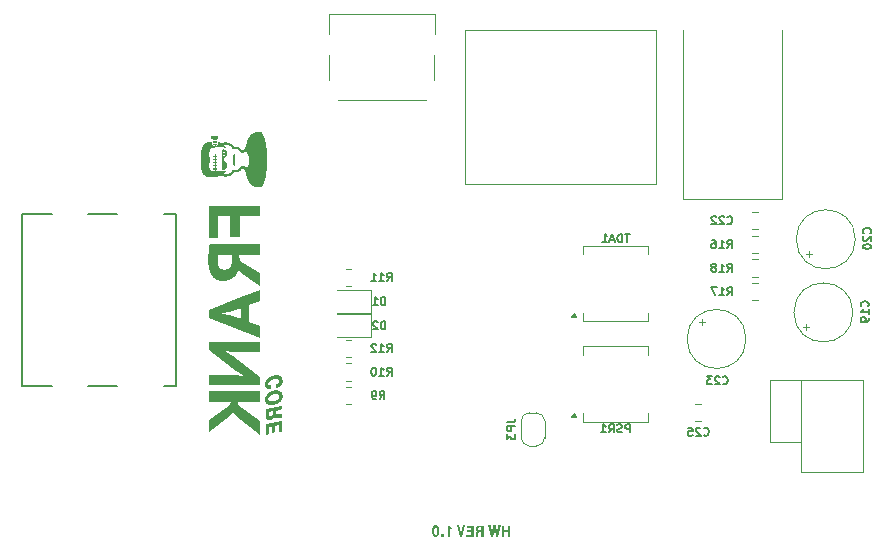
<source format=gbr>
G04 #@! TF.GenerationSoftware,KiCad,Pcbnew,8.0.4*
G04 #@! TF.CreationDate,2024-12-17T15:55:10+02:00*
G04 #@! TF.ProjectId,core,636f7265-2e6b-4696-9361-645f70636258,1.0*
G04 #@! TF.SameCoordinates,Original*
G04 #@! TF.FileFunction,Legend,Bot*
G04 #@! TF.FilePolarity,Positive*
%FSLAX46Y46*%
G04 Gerber Fmt 4.6, Leading zero omitted, Abs format (unit mm)*
G04 Created by KiCad (PCBNEW 8.0.4) date 2024-12-17 15:55:10*
%MOMM*%
%LPD*%
G01*
G04 APERTURE LIST*
%ADD10C,0.187500*%
%ADD11C,0.300000*%
%ADD12C,0.000000*%
%ADD13C,0.130000*%
%ADD14C,0.140000*%
%ADD15C,0.120000*%
%ADD16C,0.100000*%
%ADD17C,0.150000*%
G04 APERTURE END LIST*
D10*
G36*
X160882623Y-91330000D02*
G01*
X160882623Y-90392107D01*
X160682344Y-90392107D01*
X160682344Y-90751632D01*
X160384856Y-90751632D01*
X160384856Y-90392107D01*
X160184577Y-90392107D01*
X160184577Y-91330000D01*
X160384856Y-91330000D01*
X160384856Y-90923579D01*
X160682344Y-90923579D01*
X160682344Y-91330000D01*
X160882623Y-91330000D01*
G37*
G36*
X160077110Y-90384291D02*
G01*
X159876098Y-90384291D01*
X159765456Y-91033000D01*
X159645044Y-90384291D01*
X159454291Y-90384291D01*
X159335345Y-91034710D01*
X159222504Y-90384291D01*
X159022958Y-90384291D01*
X159233495Y-91330000D01*
X159433774Y-91330000D01*
X159551499Y-90688374D01*
X159667026Y-91330000D01*
X159869259Y-91330000D01*
X160077110Y-90384291D01*
G37*
G36*
X158635589Y-91330000D02*
G01*
X158435310Y-91330000D01*
X158435310Y-90954842D01*
X158320515Y-90954842D01*
X158311705Y-90954962D01*
X158262480Y-90961551D01*
X158219155Y-90985373D01*
X158208406Y-90998875D01*
X158188136Y-91044968D01*
X158185587Y-91054959D01*
X158176916Y-91105456D01*
X158172016Y-91154389D01*
X158170199Y-91180801D01*
X158166326Y-91234311D01*
X158161758Y-91285547D01*
X158148813Y-91330000D01*
X157942428Y-91330000D01*
X157946190Y-91323298D01*
X157964409Y-91277243D01*
X157969651Y-91246356D01*
X157974423Y-91195910D01*
X157975459Y-91180800D01*
X157979542Y-91126501D01*
X157984026Y-91077167D01*
X157990299Y-91027871D01*
X157996664Y-90998672D01*
X158016189Y-90951423D01*
X158023978Y-90938898D01*
X158058513Y-90902634D01*
X158104361Y-90878150D01*
X158073784Y-90860565D01*
X158035076Y-90827775D01*
X158004954Y-90787292D01*
X157988306Y-90752479D01*
X157974585Y-90701194D01*
X157972181Y-90670544D01*
X158170795Y-90670544D01*
X158176405Y-90716378D01*
X158200104Y-90761158D01*
X158227009Y-90780864D01*
X158273903Y-90794878D01*
X158325156Y-90798527D01*
X158435310Y-90798527D01*
X158435310Y-90548422D01*
X158321004Y-90548422D01*
X158302178Y-90548880D01*
X158253532Y-90555750D01*
X158206943Y-90577732D01*
X158204719Y-90579597D01*
X158177714Y-90621524D01*
X158170795Y-90670544D01*
X157972181Y-90670544D01*
X157970515Y-90649295D01*
X157970602Y-90641413D01*
X157976026Y-90589394D01*
X157992558Y-90536699D01*
X158020112Y-90491209D01*
X158058687Y-90452923D01*
X158078975Y-90438670D01*
X158125503Y-90415863D01*
X158172727Y-90402144D01*
X158226028Y-90394245D01*
X158276552Y-90392107D01*
X158635589Y-90392107D01*
X158635589Y-91330000D01*
G37*
G36*
X157779762Y-91330000D02*
G01*
X157779762Y-90392107D01*
X157184298Y-90392107D01*
X157184298Y-90564054D01*
X157579483Y-90564054D01*
X157579483Y-90751632D01*
X157218492Y-90751632D01*
X157218492Y-90923579D01*
X157579483Y-90923579D01*
X157579483Y-91158053D01*
X157175994Y-91158053D01*
X157175994Y-91330000D01*
X157779762Y-91330000D01*
G37*
G36*
X156607885Y-91330000D02*
G01*
X156830634Y-91330000D01*
X157085624Y-90384291D01*
X156875086Y-90384291D01*
X156714619Y-91066461D01*
X156553907Y-90384291D01*
X156349476Y-90384291D01*
X156607885Y-91330000D01*
G37*
G36*
X155793579Y-91330000D02*
G01*
X155793579Y-90664682D01*
X155836123Y-90691564D01*
X155850488Y-90696678D01*
X155900722Y-90703785D01*
X155937194Y-90704738D01*
X155937194Y-90568695D01*
X155886833Y-90564974D01*
X155838931Y-90550685D01*
X155809455Y-90530593D01*
X155780534Y-90489356D01*
X155762951Y-90443646D01*
X155750592Y-90392107D01*
X155609664Y-90392107D01*
X155609664Y-91330000D01*
X155793579Y-91330000D01*
G37*
G36*
X155038624Y-91126789D02*
G01*
X155038624Y-91330000D01*
X155243788Y-91330000D01*
X155243788Y-91126789D01*
X155038624Y-91126789D01*
G37*
G36*
X154576430Y-90360976D02*
G01*
X154626278Y-90367330D01*
X154679269Y-90386790D01*
X154720261Y-90413795D01*
X154757167Y-90450331D01*
X154789985Y-90496399D01*
X154811446Y-90537913D01*
X154829269Y-90584603D01*
X154843455Y-90636469D01*
X154854003Y-90693510D01*
X154859823Y-90742870D01*
X154863315Y-90795543D01*
X154864479Y-90851528D01*
X154864419Y-90864720D01*
X154862977Y-90915713D01*
X154858469Y-90975462D01*
X154850955Y-91030774D01*
X154840437Y-91081650D01*
X154823847Y-91136845D01*
X154802930Y-91185652D01*
X154787281Y-91214242D01*
X154758203Y-91255643D01*
X154718367Y-91295013D01*
X154673138Y-91323134D01*
X154622517Y-91340007D01*
X154566503Y-91345631D01*
X154516689Y-91340788D01*
X154463695Y-91322896D01*
X154416217Y-91291821D01*
X154379913Y-91254693D01*
X154347661Y-91207878D01*
X154326412Y-91166483D01*
X154308764Y-91120151D01*
X154294717Y-91068881D01*
X154284273Y-91012675D01*
X154278510Y-90964154D01*
X154275053Y-90912474D01*
X154273900Y-90857634D01*
X154273908Y-90856413D01*
X154457815Y-90856413D01*
X154458244Y-90896725D01*
X154460498Y-90952317D01*
X154466509Y-91017337D01*
X154475954Y-91071954D01*
X154492591Y-91125596D01*
X154519639Y-91168509D01*
X154567724Y-91189316D01*
X154591505Y-91185389D01*
X154630440Y-91153973D01*
X154652965Y-91107250D01*
X154665040Y-91060493D01*
X154672775Y-91010389D01*
X154677303Y-90960615D01*
X154679891Y-90904538D01*
X154680564Y-90852993D01*
X154680135Y-90812326D01*
X154677881Y-90756244D01*
X154671870Y-90690652D01*
X154662425Y-90635554D01*
X154645788Y-90581440D01*
X154618740Y-90538149D01*
X154570655Y-90517159D01*
X154546696Y-90521098D01*
X154507613Y-90552607D01*
X154485170Y-90599469D01*
X154473202Y-90646303D01*
X154465535Y-90696799D01*
X154461047Y-90747151D01*
X154458483Y-90804029D01*
X154457815Y-90856413D01*
X154273908Y-90856413D01*
X154274031Y-90837434D01*
X154276003Y-90779346D01*
X154280340Y-90725029D01*
X154287042Y-90674480D01*
X154299659Y-90612946D01*
X154316481Y-90558114D01*
X154337509Y-90509983D01*
X154369708Y-90459243D01*
X154408478Y-90418974D01*
X154421623Y-90408585D01*
X154468105Y-90381337D01*
X154518690Y-90365442D01*
X154567724Y-90360844D01*
X154576430Y-90360976D01*
G37*
D11*
G36*
X141013946Y-78464462D02*
G01*
X141013946Y-78782100D01*
X141087344Y-78759386D01*
X141156413Y-78733149D01*
X141233581Y-78697012D01*
X141304516Y-78655800D01*
X141369216Y-78609514D01*
X141408886Y-78575837D01*
X141469258Y-78513966D01*
X141519397Y-78448339D01*
X141559303Y-78378955D01*
X141588977Y-78305815D01*
X141608419Y-78228918D01*
X141617628Y-78148264D01*
X141618447Y-78114951D01*
X141614001Y-78038306D01*
X141596931Y-77955565D01*
X141567058Y-77882896D01*
X141524382Y-77820299D01*
X141468904Y-77767774D01*
X141436364Y-77745289D01*
X141364434Y-77708211D01*
X141286262Y-77681240D01*
X141201846Y-77664376D01*
X141111187Y-77657619D01*
X141034164Y-77659491D01*
X140953146Y-77667832D01*
X140868133Y-77682641D01*
X140785031Y-77702699D01*
X140705902Y-77727337D01*
X140630746Y-77756555D01*
X140559562Y-77790352D01*
X140492352Y-77828729D01*
X140429114Y-77871685D01*
X140369849Y-77919221D01*
X140314556Y-77971336D01*
X140257879Y-78035541D01*
X140210808Y-78102447D01*
X140173343Y-78172054D01*
X140145485Y-78244363D01*
X140127233Y-78319373D01*
X140118587Y-78397084D01*
X140117819Y-78428925D01*
X140123445Y-78511434D01*
X140140323Y-78585624D01*
X140175430Y-78663673D01*
X140226739Y-78729743D01*
X140294252Y-78783834D01*
X140348262Y-78813241D01*
X140424550Y-78840608D01*
X140497617Y-78853791D01*
X140575630Y-78856487D01*
X140647948Y-78850244D01*
X140647948Y-78536636D01*
X140570813Y-78536029D01*
X140506165Y-78523080D01*
X140440975Y-78484063D01*
X140404306Y-78417608D01*
X140399187Y-78371406D01*
X140411745Y-78293181D01*
X140449418Y-78221540D01*
X140504799Y-78162691D01*
X140527780Y-78144260D01*
X140590880Y-78102666D01*
X140660606Y-78066682D01*
X140736959Y-78036308D01*
X140807679Y-78014739D01*
X140870331Y-77999912D01*
X140945769Y-77986869D01*
X141027562Y-77979661D01*
X141102657Y-77981079D01*
X141180281Y-77993260D01*
X141215812Y-78003576D01*
X141284854Y-78041570D01*
X141327487Y-78105334D01*
X141337079Y-78168440D01*
X141324442Y-78243862D01*
X141286531Y-78310578D01*
X141260509Y-78338433D01*
X141196828Y-78385888D01*
X141128303Y-78421495D01*
X141054984Y-78450712D01*
X141013946Y-78464462D01*
G37*
G36*
X141140341Y-78943758D02*
G01*
X141217922Y-78952039D01*
X141289921Y-78968066D01*
X141368953Y-78997522D01*
X141399165Y-79012749D01*
X141466168Y-79057028D01*
X141520988Y-79110179D01*
X141563626Y-79172204D01*
X141594082Y-79243101D01*
X141612356Y-79322871D01*
X141618447Y-79411514D01*
X141617060Y-79453773D01*
X141607578Y-79528171D01*
X141589111Y-79600424D01*
X141561660Y-79670533D01*
X141526054Y-79737624D01*
X141483350Y-79800776D01*
X141433547Y-79859989D01*
X141376646Y-79915265D01*
X141324176Y-79958318D01*
X141254241Y-80006999D01*
X141179477Y-80049974D01*
X141099882Y-80087242D01*
X141015457Y-80118803D01*
X140944440Y-80139943D01*
X140870331Y-80157431D01*
X140783680Y-80172601D01*
X140701597Y-80181108D01*
X140624083Y-80182951D01*
X140533613Y-80175885D01*
X140450281Y-80158407D01*
X140374087Y-80130519D01*
X140305031Y-80092219D01*
X140271574Y-80067955D01*
X140214533Y-80012743D01*
X140170655Y-79948617D01*
X140139941Y-79875579D01*
X140122389Y-79793628D01*
X140117819Y-79718527D01*
X140118574Y-79686537D01*
X140121111Y-79663206D01*
X140399187Y-79663206D01*
X140411279Y-79734962D01*
X140457716Y-79799534D01*
X140523018Y-79835397D01*
X140558108Y-79846079D01*
X140634404Y-79858993D01*
X140707849Y-79861052D01*
X140787536Y-79854485D01*
X140860806Y-79841992D01*
X140938828Y-79822672D01*
X141011879Y-79798509D01*
X141079959Y-79769503D01*
X141153101Y-79729542D01*
X141219476Y-79682990D01*
X141263073Y-79642288D01*
X141305938Y-79581507D01*
X141323668Y-79541589D01*
X141337079Y-79466102D01*
X141333053Y-79426554D01*
X141303007Y-79358025D01*
X141277029Y-79328154D01*
X141213248Y-79289881D01*
X141177705Y-79279153D01*
X141099440Y-79266422D01*
X141023107Y-79264824D01*
X140939446Y-79272132D01*
X140861905Y-79285484D01*
X140814025Y-79296704D01*
X140734314Y-79321408D01*
X140659792Y-79352564D01*
X140590459Y-79390170D01*
X140526315Y-79434228D01*
X140503596Y-79452987D01*
X140448846Y-79512625D01*
X140411601Y-79584803D01*
X140399187Y-79663206D01*
X140121111Y-79663206D01*
X140127075Y-79608354D01*
X140145021Y-79532729D01*
X140172413Y-79459662D01*
X140209250Y-79389153D01*
X140255532Y-79321202D01*
X140311259Y-79255809D01*
X140364227Y-79204129D01*
X140421466Y-79156982D01*
X140482975Y-79114369D01*
X140548755Y-79076290D01*
X140618805Y-79042745D01*
X140693125Y-79013734D01*
X140771716Y-78989256D01*
X140854577Y-78969312D01*
X140893423Y-78961780D01*
X140968436Y-78950434D01*
X141057180Y-78943223D01*
X141140341Y-78943758D01*
G37*
G36*
X141595000Y-80562997D02*
G01*
X141032264Y-80679867D01*
X141032264Y-80838869D01*
X141038034Y-80903647D01*
X141073297Y-80968562D01*
X141085301Y-80976024D01*
X141157561Y-80993475D01*
X141164586Y-80993818D01*
X141240595Y-80991191D01*
X141318394Y-80982484D01*
X141358111Y-80977034D01*
X141438668Y-80966215D01*
X141516231Y-80956838D01*
X141522091Y-80956529D01*
X141595000Y-80964166D01*
X141595000Y-81293527D01*
X141578467Y-81287801D01*
X141503408Y-81272644D01*
X141458371Y-81274431D01*
X141383974Y-81283269D01*
X141361213Y-81286475D01*
X141279331Y-81297465D01*
X141204730Y-81306327D01*
X141129717Y-81312578D01*
X141084824Y-81312082D01*
X141011381Y-81297191D01*
X140953842Y-81269368D01*
X140904769Y-81209996D01*
X140879518Y-81255585D01*
X140832686Y-81313304D01*
X140776542Y-81363136D01*
X140710527Y-81406337D01*
X140637412Y-81438715D01*
X140564783Y-81458757D01*
X140552551Y-81461195D01*
X140471772Y-81469840D01*
X140389844Y-81461688D01*
X140318999Y-81434303D01*
X140259235Y-81387683D01*
X140247789Y-81375013D01*
X140205421Y-81307055D01*
X140180313Y-81231613D01*
X140168036Y-81153992D01*
X140164713Y-81078838D01*
X140164713Y-80806629D01*
X140422634Y-80806629D01*
X140422634Y-80964898D01*
X140422673Y-80971676D01*
X140430277Y-81047355D01*
X140462568Y-81114009D01*
X140514866Y-81139379D01*
X140591894Y-81135624D01*
X140661548Y-81112156D01*
X140721221Y-81067847D01*
X140746900Y-81029487D01*
X140769156Y-80954330D01*
X140774344Y-80880635D01*
X140774344Y-80733356D01*
X140422634Y-80806629D01*
X140164713Y-80806629D01*
X140164713Y-80542480D01*
X141595000Y-80245359D01*
X141595000Y-80562997D01*
G37*
G36*
X141595000Y-81529099D02*
G01*
X140164713Y-81826221D01*
X140164713Y-82723813D01*
X140446081Y-82665561D01*
X140446081Y-82085607D01*
X140704002Y-82031751D01*
X140704002Y-82561514D01*
X140985369Y-82503262D01*
X140985369Y-81973499D01*
X141313632Y-81904989D01*
X141313632Y-82497034D01*
X141595000Y-82438782D01*
X141595000Y-81529099D01*
G37*
D12*
G36*
X139681770Y-79930021D02*
G01*
X137862759Y-79930021D01*
X137862759Y-80168148D01*
X139681770Y-81563827D01*
X139681770Y-82688307D01*
X137657707Y-81127264D01*
X137412968Y-80756847D01*
X137181457Y-81114035D01*
X135382291Y-82476639D01*
X135382291Y-81438148D01*
X137181457Y-80148304D01*
X137274062Y-79930021D01*
X135382291Y-79930021D01*
X135382291Y-79017210D01*
X139681770Y-79017210D01*
X139681770Y-79930021D01*
G37*
G36*
X139688385Y-75736378D02*
G01*
X137446041Y-75736378D01*
X136791197Y-75637157D01*
X136791197Y-75670231D01*
X137439426Y-76040647D01*
X139721457Y-77806742D01*
X139721457Y-78468201D01*
X135382291Y-78468201D01*
X135382291Y-77608305D01*
X137637864Y-77608305D01*
X138272863Y-77707523D01*
X138272863Y-77667835D01*
X137644478Y-77317264D01*
X135349218Y-75537939D01*
X135349218Y-74876482D01*
X139688385Y-74876482D01*
X139688385Y-75736378D01*
G37*
G36*
X139688385Y-71344295D02*
G01*
X138768957Y-71694868D01*
X138768957Y-73143461D01*
X139688385Y-73513878D01*
X139688385Y-74479608D01*
X135349218Y-72786274D01*
X135349218Y-72422472D01*
X136467082Y-72422472D01*
X136467082Y-72455543D01*
X137148384Y-72601065D01*
X138047968Y-72931793D01*
X138047968Y-71946221D01*
X137154999Y-72276951D01*
X136467082Y-72422472D01*
X135349218Y-72422472D01*
X135349218Y-72118201D01*
X138047968Y-71069144D01*
X139688385Y-70431482D01*
X139688385Y-71344295D01*
G37*
G36*
X136136353Y-66575180D02*
G01*
X139681770Y-66575180D01*
X139681770Y-67487993D01*
X137942135Y-67487993D01*
X138014895Y-67970858D01*
X139681770Y-69042420D01*
X139681770Y-70100754D01*
X138054582Y-69022576D01*
X137862759Y-68698461D01*
X137846950Y-68754811D01*
X137829299Y-68809747D01*
X137809827Y-68863248D01*
X137788552Y-68915296D01*
X137765495Y-68965871D01*
X137740674Y-69014954D01*
X137714109Y-69062525D01*
X137685819Y-69108565D01*
X137655824Y-69153056D01*
X137624143Y-69195976D01*
X137590796Y-69237308D01*
X137555801Y-69277031D01*
X137519179Y-69315126D01*
X137480948Y-69351574D01*
X137441128Y-69386355D01*
X137399739Y-69419451D01*
X137355633Y-69451853D01*
X137310132Y-69482095D01*
X137263235Y-69510186D01*
X137214944Y-69536136D01*
X137165257Y-69559954D01*
X137114175Y-69581650D01*
X137061697Y-69601234D01*
X137007824Y-69618715D01*
X136952556Y-69634103D01*
X136895893Y-69647408D01*
X136837835Y-69658640D01*
X136778381Y-69667808D01*
X136717532Y-69674921D01*
X136655288Y-69679991D01*
X136591648Y-69683025D01*
X136526613Y-69684034D01*
X136482430Y-69683416D01*
X136439177Y-69681567D01*
X136396854Y-69678497D01*
X136355461Y-69674216D01*
X136314999Y-69668733D01*
X136275466Y-69662059D01*
X136236864Y-69654202D01*
X136199192Y-69645174D01*
X136162450Y-69634982D01*
X136126638Y-69623637D01*
X136091756Y-69611149D01*
X136057805Y-69597528D01*
X136024784Y-69582782D01*
X135992693Y-69566922D01*
X135961532Y-69549958D01*
X135931301Y-69531898D01*
X135901997Y-69511743D01*
X135873604Y-69490958D01*
X135846103Y-69469533D01*
X135819473Y-69447459D01*
X135793696Y-69424726D01*
X135768753Y-69401325D01*
X135744623Y-69377245D01*
X135721288Y-69352478D01*
X135698728Y-69327013D01*
X135676924Y-69300840D01*
X135655856Y-69273951D01*
X135635505Y-69246334D01*
X135615852Y-69217982D01*
X135596877Y-69188883D01*
X135578561Y-69159028D01*
X135560884Y-69128408D01*
X135543905Y-69096004D01*
X135527682Y-69063270D01*
X135512196Y-69030188D01*
X135497426Y-68996737D01*
X135469960Y-68928653D01*
X135445129Y-68858864D01*
X135422779Y-68787215D01*
X135402755Y-68713550D01*
X135384900Y-68637715D01*
X135369061Y-68559554D01*
X135357292Y-68480166D01*
X135346841Y-68400701D01*
X135337784Y-68321081D01*
X135330201Y-68241228D01*
X135324168Y-68161064D01*
X135319762Y-68080514D01*
X135317062Y-67999498D01*
X135316145Y-67917940D01*
X135316248Y-67846110D01*
X135316972Y-67769939D01*
X135318536Y-67706273D01*
X136116509Y-67706273D01*
X136116509Y-67977471D01*
X136117052Y-68021500D01*
X136118680Y-68064288D01*
X136121393Y-68105836D01*
X136125191Y-68146143D01*
X136130074Y-68185211D01*
X136136043Y-68223038D01*
X136143097Y-68259625D01*
X136151236Y-68294971D01*
X136160460Y-68329078D01*
X136170770Y-68361944D01*
X136182164Y-68393570D01*
X136194644Y-68423956D01*
X136208209Y-68453101D01*
X136222859Y-68481006D01*
X136238595Y-68507671D01*
X136255415Y-68533096D01*
X136273320Y-68555961D01*
X136292300Y-68577422D01*
X136312345Y-68597467D01*
X136333447Y-68616089D01*
X136355595Y-68633276D01*
X136378780Y-68649019D01*
X136402992Y-68663310D01*
X136428222Y-68676137D01*
X136454459Y-68687491D01*
X136481694Y-68697363D01*
X136509917Y-68705742D01*
X136539119Y-68712620D01*
X136569290Y-68717986D01*
X136600420Y-68721832D01*
X136632500Y-68724146D01*
X136665520Y-68724919D01*
X136709391Y-68724065D01*
X136751703Y-68721496D01*
X136792445Y-68717202D01*
X136831608Y-68711173D01*
X136869181Y-68703401D01*
X136905156Y-68693875D01*
X136922541Y-68688451D01*
X136939523Y-68682585D01*
X136956100Y-68676276D01*
X136972271Y-68669522D01*
X136988035Y-68662323D01*
X137003392Y-68654676D01*
X137018338Y-68646582D01*
X137032875Y-68638038D01*
X137046999Y-68629044D01*
X137060710Y-68619598D01*
X137074008Y-68609699D01*
X137086889Y-68599346D01*
X137099354Y-68588537D01*
X137111402Y-68577272D01*
X137123030Y-68565549D01*
X137134238Y-68553367D01*
X137145024Y-68540724D01*
X137155388Y-68527620D01*
X137165328Y-68514054D01*
X137174843Y-68500024D01*
X137192828Y-68470878D01*
X137209582Y-68440492D01*
X137225116Y-68408866D01*
X137239438Y-68376000D01*
X137252559Y-68341893D01*
X137264488Y-68306547D01*
X137275235Y-68269960D01*
X137284810Y-68232133D01*
X137293222Y-68193065D01*
X137300481Y-68152757D01*
X137306597Y-68111210D01*
X137311579Y-68068421D01*
X137315436Y-68024393D01*
X137318180Y-67979124D01*
X137319819Y-67932616D01*
X137320364Y-67884867D01*
X137320364Y-67494607D01*
X136136353Y-67494607D01*
X136131702Y-67515368D01*
X136127672Y-67537912D01*
X136124261Y-67562161D01*
X136121470Y-67588038D01*
X136119300Y-67615465D01*
X136117750Y-67644365D01*
X136116819Y-67674660D01*
X136116509Y-67706273D01*
X135318536Y-67706273D01*
X135318935Y-67690047D01*
X135320576Y-67648900D01*
X135322759Y-67607055D01*
X135342603Y-67256482D01*
X135345381Y-67212118D01*
X135348701Y-67168218D01*
X135356659Y-67081195D01*
X135365858Y-66994172D01*
X135375676Y-66905908D01*
X135380921Y-66861868D01*
X135386632Y-66818989D01*
X135398827Y-66736410D01*
X135411023Y-66657552D01*
X135421978Y-66581795D01*
X135421978Y-66575180D01*
X136136353Y-66575180D01*
G37*
G36*
X139688384Y-64220388D02*
G01*
X137981822Y-64220388D01*
X137981822Y-65933565D01*
X137181457Y-65933565D01*
X137181457Y-64220388D01*
X136182655Y-64220388D01*
X136182655Y-66085701D01*
X135382291Y-66085701D01*
X135382291Y-63307575D01*
X139688384Y-63307575D01*
X139688384Y-64220388D01*
G37*
G36*
X136050364Y-57996066D02*
G01*
X135732864Y-57996066D01*
X135732864Y-57843931D01*
X136050364Y-57843931D01*
X136050364Y-57996066D01*
G37*
G36*
X136050364Y-58115128D02*
G01*
X136050152Y-58120670D01*
X136049526Y-58126127D01*
X136048494Y-58131496D01*
X136047069Y-58136768D01*
X136045262Y-58141939D01*
X136043082Y-58147001D01*
X136040542Y-58151950D01*
X136037651Y-58156780D01*
X136034422Y-58161483D01*
X136030864Y-58166054D01*
X136026989Y-58170487D01*
X136022807Y-58174776D01*
X136018330Y-58178915D01*
X136013568Y-58182897D01*
X136008533Y-58186717D01*
X136003235Y-58190369D01*
X135997685Y-58193847D01*
X135991893Y-58197144D01*
X135985872Y-58200254D01*
X135979632Y-58203172D01*
X135973183Y-58205891D01*
X135966536Y-58208406D01*
X135959704Y-58210710D01*
X135952695Y-58212797D01*
X135945522Y-58214661D01*
X135938195Y-58216296D01*
X135930725Y-58217697D01*
X135923123Y-58218856D01*
X135915400Y-58219768D01*
X135907567Y-58220427D01*
X135899635Y-58220827D01*
X135891614Y-58220962D01*
X135875660Y-58220427D01*
X135860104Y-58218856D01*
X135845032Y-58216296D01*
X135830532Y-58212797D01*
X135816691Y-58208406D01*
X135803596Y-58203172D01*
X135791334Y-58197144D01*
X135779993Y-58190369D01*
X135769659Y-58182897D01*
X135760420Y-58174776D01*
X135756239Y-58170487D01*
X135752363Y-58166054D01*
X135748806Y-58161483D01*
X135745576Y-58156780D01*
X135742686Y-58151950D01*
X135740145Y-58147001D01*
X135737966Y-58141939D01*
X135736158Y-58136768D01*
X135734733Y-58131496D01*
X135733702Y-58126127D01*
X135733075Y-58120670D01*
X135732864Y-58115128D01*
X135732864Y-58075441D01*
X136050364Y-58075441D01*
X136050364Y-58115128D01*
G37*
G36*
X139646423Y-57063513D02*
G01*
X139662365Y-57063759D01*
X139678463Y-57064237D01*
X139694560Y-57065025D01*
X139710502Y-57066200D01*
X139726134Y-57067841D01*
X139741301Y-57070024D01*
X139747350Y-57070176D01*
X139753109Y-57070619D01*
X139758597Y-57071332D01*
X139763832Y-57072298D01*
X139768835Y-57073496D01*
X139773625Y-57074908D01*
X139778221Y-57076513D01*
X139782642Y-57078293D01*
X139786909Y-57080227D01*
X139791040Y-57082298D01*
X139795054Y-57084484D01*
X139798972Y-57086768D01*
X139806594Y-57091548D01*
X139814062Y-57096483D01*
X139821351Y-57101523D01*
X139828350Y-57106728D01*
X139835078Y-57112107D01*
X139841553Y-57117670D01*
X139847797Y-57123427D01*
X139853826Y-57129388D01*
X139859663Y-57135561D01*
X139865325Y-57141958D01*
X139870831Y-57148587D01*
X139876202Y-57155458D01*
X139881457Y-57162582D01*
X139886615Y-57169967D01*
X139891696Y-57177623D01*
X139896718Y-57185560D01*
X139901702Y-57193788D01*
X139906666Y-57202316D01*
X139916512Y-57216346D01*
X139926212Y-57231152D01*
X139935778Y-57246732D01*
X139945217Y-57263088D01*
X139954539Y-57280218D01*
X139963755Y-57298124D01*
X139972875Y-57316805D01*
X139981907Y-57336261D01*
X139990861Y-57356493D01*
X139999748Y-57377499D01*
X140017357Y-57421838D01*
X140034810Y-57469277D01*
X140052186Y-57519816D01*
X140079215Y-57598471D01*
X140105633Y-57683036D01*
X140131295Y-57773376D01*
X140156056Y-57869355D01*
X140179771Y-57970838D01*
X140202293Y-58077689D01*
X140223479Y-58189772D01*
X140243182Y-58306951D01*
X140261258Y-58429092D01*
X140277560Y-58556058D01*
X140291944Y-58687713D01*
X140304264Y-58823922D01*
X140314375Y-58964550D01*
X140322131Y-59109460D01*
X140327388Y-59258518D01*
X140329999Y-59411587D01*
X140326084Y-59657334D01*
X140314806Y-59893004D01*
X140296861Y-60117823D01*
X140272948Y-60331014D01*
X140243764Y-60531803D01*
X140210006Y-60719414D01*
X140172373Y-60893073D01*
X140131561Y-61052004D01*
X140111420Y-61126728D01*
X140090737Y-61197111D01*
X140069588Y-61263154D01*
X140048052Y-61324855D01*
X140026206Y-61382216D01*
X140004127Y-61435236D01*
X139981894Y-61483915D01*
X139959582Y-61528253D01*
X139935811Y-61570525D01*
X139924468Y-61589994D01*
X139913280Y-61608455D01*
X139902092Y-61625986D01*
X139890749Y-61642665D01*
X139879096Y-61658568D01*
X139866978Y-61673774D01*
X139864422Y-61677419D01*
X139861720Y-61680918D01*
X139858883Y-61684282D01*
X139855919Y-61687520D01*
X139852840Y-61690641D01*
X139849654Y-61693656D01*
X139846370Y-61696575D01*
X139843000Y-61699405D01*
X139839552Y-61702159D01*
X139836037Y-61704844D01*
X139832463Y-61707472D01*
X139828841Y-61710051D01*
X139821490Y-61715102D01*
X139814061Y-61720076D01*
X139810264Y-61722553D01*
X139806323Y-61725011D01*
X139802245Y-61727430D01*
X139798041Y-61729791D01*
X139793722Y-61732074D01*
X139789295Y-61734261D01*
X139784772Y-61736331D01*
X139780161Y-61738266D01*
X139775473Y-61740046D01*
X139770718Y-61741651D01*
X139765904Y-61743062D01*
X139761041Y-61744260D01*
X139756140Y-61745226D01*
X139751210Y-61745940D01*
X139746260Y-61746382D01*
X139741301Y-61746534D01*
X139724234Y-61748718D01*
X139707711Y-61750358D01*
X139691653Y-61751534D01*
X139675982Y-61752322D01*
X139660621Y-61752800D01*
X139645493Y-61753046D01*
X139615623Y-61753149D01*
X139572682Y-61751292D01*
X139530681Y-61748214D01*
X139489629Y-61743935D01*
X139449536Y-61738473D01*
X139410412Y-61731849D01*
X139372267Y-61724081D01*
X139335110Y-61715190D01*
X139298951Y-61705194D01*
X139263800Y-61694112D01*
X139229666Y-61681965D01*
X139196559Y-61668771D01*
X139164489Y-61654551D01*
X139133465Y-61639322D01*
X139103498Y-61623106D01*
X139074596Y-61605920D01*
X139046770Y-61587785D01*
X139006916Y-61559592D01*
X138969165Y-61529675D01*
X138933448Y-61498168D01*
X138899698Y-61465208D01*
X138867848Y-61430931D01*
X138837829Y-61395471D01*
X138809573Y-61358965D01*
X138783013Y-61321548D01*
X138758081Y-61283356D01*
X138734708Y-61244524D01*
X138712828Y-61205188D01*
X138692372Y-61165485D01*
X138673273Y-61125548D01*
X138655463Y-61085515D01*
X138638873Y-61045521D01*
X138623436Y-61005701D01*
X138609148Y-60966052D01*
X138595944Y-60926636D01*
X138583671Y-60887685D01*
X138572173Y-60849432D01*
X138530832Y-60708045D01*
X138495279Y-60580714D01*
X138487359Y-60553145D01*
X138479672Y-60527591D01*
X138472140Y-60504207D01*
X138464686Y-60483149D01*
X138453860Y-60452544D01*
X138441328Y-60420621D01*
X138427246Y-60387922D01*
X138411769Y-60354992D01*
X138395052Y-60322371D01*
X138377250Y-60290603D01*
X138367990Y-60275208D01*
X138358517Y-60260230D01*
X138348850Y-60245736D01*
X138339009Y-60231795D01*
X138319268Y-60207300D01*
X138309592Y-60195634D01*
X138300148Y-60184666D01*
X138291014Y-60174628D01*
X138286588Y-60170030D01*
X138282268Y-60165752D01*
X138278065Y-60161823D01*
X138273987Y-60158272D01*
X138270045Y-60155128D01*
X138266249Y-60152420D01*
X138264389Y-60150617D01*
X138262531Y-60148927D01*
X138258833Y-60145870D01*
X138255174Y-60143220D01*
X138251572Y-60140948D01*
X138248049Y-60139024D01*
X138244622Y-60137421D01*
X138241311Y-60136108D01*
X138238137Y-60135057D01*
X138235117Y-60134238D01*
X138232271Y-60133623D01*
X138229620Y-60133182D01*
X138227181Y-60132886D01*
X138223021Y-60132615D01*
X138219946Y-60132576D01*
X138193488Y-60132576D01*
X138185737Y-60143105D01*
X138177365Y-60154797D01*
X138158761Y-60181359D01*
X138137677Y-60211641D01*
X138114113Y-60245024D01*
X138106434Y-60256330D01*
X138098261Y-60267878D01*
X138089565Y-60279600D01*
X138080317Y-60291430D01*
X138070487Y-60303297D01*
X138060046Y-60315136D01*
X138048967Y-60326878D01*
X138037218Y-60338455D01*
X138024772Y-60349800D01*
X138011600Y-60360844D01*
X137997671Y-60371520D01*
X137982958Y-60381760D01*
X137967431Y-60391496D01*
X137951061Y-60400660D01*
X137933819Y-60409185D01*
X137915675Y-60417003D01*
X137895199Y-60424444D01*
X137873404Y-60431886D01*
X137850214Y-60439327D01*
X137825552Y-60446769D01*
X137799339Y-60454210D01*
X137771498Y-60461652D01*
X137741952Y-60469093D01*
X137710623Y-60476535D01*
X137685212Y-60481198D01*
X137658637Y-60485320D01*
X137630977Y-60488976D01*
X137602310Y-60492244D01*
X137572712Y-60495203D01*
X137542262Y-60497929D01*
X137479113Y-60502993D01*
X137477797Y-60506714D01*
X137476336Y-60510434D01*
X137474738Y-60514155D01*
X137473015Y-60517876D01*
X137471176Y-60521597D01*
X137469230Y-60525317D01*
X137465057Y-60532759D01*
X137460574Y-60540200D01*
X137455859Y-60547641D01*
X137446040Y-60562524D01*
X137438366Y-60573535D01*
X137430227Y-60584254D01*
X137421623Y-60594702D01*
X137412554Y-60604899D01*
X137403020Y-60614863D01*
X137393020Y-60624614D01*
X137382556Y-60634170D01*
X137371626Y-60643553D01*
X137360231Y-60652780D01*
X137348372Y-60661872D01*
X137336047Y-60670848D01*
X137323257Y-60679727D01*
X137310002Y-60688528D01*
X137296282Y-60697271D01*
X137282097Y-60705975D01*
X137267446Y-60714660D01*
X137236712Y-60729543D01*
X137203884Y-60744426D01*
X137168731Y-60759308D01*
X137131021Y-60774191D01*
X137090519Y-60789074D01*
X137046995Y-60803957D01*
X137000215Y-60818840D01*
X136949946Y-60833722D01*
X136923268Y-60840557D01*
X136897753Y-60846228D01*
X136873323Y-60850815D01*
X136849901Y-60854393D01*
X136827409Y-60857042D01*
X136805769Y-60858838D01*
X136784905Y-60859858D01*
X136764738Y-60860181D01*
X136753581Y-60860026D01*
X136742453Y-60859561D01*
X136731383Y-60858786D01*
X136720400Y-60857701D01*
X136709533Y-60856305D01*
X136698812Y-60854600D01*
X136688265Y-60852585D01*
X136677922Y-60850259D01*
X136667811Y-60847624D01*
X136657962Y-60844678D01*
X136648403Y-60841423D01*
X136639164Y-60837857D01*
X136630274Y-60833981D01*
X136621762Y-60829795D01*
X136613657Y-60825299D01*
X136605988Y-60820494D01*
X136592759Y-60813879D01*
X136343678Y-60834653D01*
X135994139Y-60861008D01*
X135649561Y-60883642D01*
X135512076Y-60890657D01*
X135415363Y-60893254D01*
X135369119Y-60892309D01*
X135315783Y-60888177D01*
X135256943Y-60878909D01*
X135225955Y-60871740D01*
X135194188Y-60862558D01*
X135161839Y-60851118D01*
X135129108Y-60837177D01*
X135096193Y-60820491D01*
X135063292Y-60800818D01*
X135030604Y-60777913D01*
X134998328Y-60751533D01*
X134966662Y-60721435D01*
X134935806Y-60687375D01*
X134905957Y-60649110D01*
X134877315Y-60606396D01*
X134850077Y-60558991D01*
X134824443Y-60506650D01*
X134800611Y-60449129D01*
X134778781Y-60386187D01*
X134759149Y-60317579D01*
X134741916Y-60243061D01*
X134727279Y-60162391D01*
X134715438Y-60075324D01*
X134706591Y-59981618D01*
X134700936Y-59881029D01*
X134698673Y-59773313D01*
X134700000Y-59658228D01*
X134705115Y-59535529D01*
X134714217Y-59404973D01*
X134705115Y-59274417D01*
X134700000Y-59151718D01*
X134698673Y-59036632D01*
X134700936Y-58928917D01*
X134704227Y-58870382D01*
X135407402Y-58870382D01*
X135407741Y-58940375D01*
X135413710Y-59077550D01*
X135424019Y-59202323D01*
X135435414Y-59304306D01*
X135448437Y-59398357D01*
X135435414Y-59493339D01*
X135424019Y-59596136D01*
X135413710Y-59721645D01*
X135409980Y-59789598D01*
X135407741Y-59859246D01*
X135407402Y-59929263D01*
X135409369Y-59998321D01*
X135414049Y-60065091D01*
X135421849Y-60128248D01*
X135427046Y-60158056D01*
X135433176Y-60186463D01*
X135440289Y-60213303D01*
X135448437Y-60238409D01*
X135451678Y-60246994D01*
X135455221Y-60255384D01*
X135459095Y-60263577D01*
X135463332Y-60271573D01*
X135467962Y-60279370D01*
X135473014Y-60286967D01*
X135478518Y-60294364D01*
X135484507Y-60301558D01*
X135491008Y-60308549D01*
X135498054Y-60315335D01*
X135505674Y-60321915D01*
X135513898Y-60328288D01*
X135522756Y-60334452D01*
X135532280Y-60340407D01*
X135542499Y-60346152D01*
X135553443Y-60351684D01*
X135565143Y-60357003D01*
X135577629Y-60362108D01*
X135590932Y-60366997D01*
X135605081Y-60371670D01*
X135620107Y-60376124D01*
X135636040Y-60380360D01*
X135652910Y-60384374D01*
X135670749Y-60388168D01*
X135689585Y-60391738D01*
X135709449Y-60395084D01*
X135730372Y-60398205D01*
X135752384Y-60401100D01*
X135775515Y-60403766D01*
X135799796Y-60406204D01*
X135825256Y-60408412D01*
X135851926Y-60410388D01*
X135851926Y-60251638D01*
X135739478Y-60251638D01*
X135739478Y-60165649D01*
X135851926Y-60165649D01*
X135851926Y-59987055D01*
X135739478Y-59987055D01*
X135739478Y-59901065D01*
X135851926Y-59901065D01*
X135851926Y-59722472D01*
X135739478Y-59722472D01*
X135739478Y-59636482D01*
X135851926Y-59636482D01*
X135851926Y-59457888D01*
X135739478Y-59457888D01*
X135739478Y-59371899D01*
X135851926Y-59371899D01*
X135851926Y-59193305D01*
X135739478Y-59193305D01*
X135739478Y-59107315D01*
X135851926Y-59107315D01*
X135851926Y-58928722D01*
X135937916Y-58928722D01*
X135937916Y-59107315D01*
X136050364Y-59107315D01*
X136050364Y-59193305D01*
X135937916Y-59193305D01*
X135937916Y-59371899D01*
X136050364Y-59371899D01*
X136050364Y-59457888D01*
X135937916Y-59457888D01*
X135937916Y-59636482D01*
X136050364Y-59636482D01*
X136050364Y-59722472D01*
X135937916Y-59722472D01*
X135937916Y-59901065D01*
X136050364Y-59901065D01*
X136050364Y-59987055D01*
X135937916Y-59987055D01*
X135937916Y-60165649D01*
X136050364Y-60165649D01*
X136050364Y-60251638D01*
X135937916Y-60251638D01*
X135937916Y-60417003D01*
X136021412Y-60418850D01*
X136113512Y-60419380D01*
X136214759Y-60418514D01*
X136325696Y-60416176D01*
X136446864Y-60412287D01*
X136578807Y-60406771D01*
X136722067Y-60399549D01*
X136877186Y-60390544D01*
X136658905Y-60536065D01*
X136658905Y-60569138D01*
X136658931Y-60572497D01*
X136659112Y-60577407D01*
X136659309Y-60580346D01*
X136659603Y-60583556D01*
X136660013Y-60586999D01*
X136660559Y-60590636D01*
X136661260Y-60594427D01*
X136662135Y-60598335D01*
X136663204Y-60602321D01*
X136664486Y-60606345D01*
X136666001Y-60610370D01*
X136667768Y-60614355D01*
X136668752Y-60616321D01*
X136669806Y-60618263D01*
X136670933Y-60620176D01*
X136672134Y-60622055D01*
X136673376Y-60624460D01*
X136674628Y-60626719D01*
X136675899Y-60628842D01*
X136677199Y-60630840D01*
X136678537Y-60632721D01*
X136679925Y-60634496D01*
X136681370Y-60636174D01*
X136682883Y-60637765D01*
X136684474Y-60639278D01*
X136686152Y-60640723D01*
X136687926Y-60642111D01*
X136689808Y-60643449D01*
X136691805Y-60644749D01*
X136693929Y-60646020D01*
X136696188Y-60647272D01*
X136698593Y-60648514D01*
X136701227Y-60649752D01*
X136704161Y-60650981D01*
X136707386Y-60652191D01*
X136710892Y-60653371D01*
X136714669Y-60654513D01*
X136718708Y-60655606D01*
X136722999Y-60656641D01*
X136727532Y-60657608D01*
X136732297Y-60658498D01*
X136737286Y-60659301D01*
X136742487Y-60660007D01*
X136747892Y-60660606D01*
X136753491Y-60661089D01*
X136759274Y-60661445D01*
X136765231Y-60661667D01*
X136771353Y-60661743D01*
X136784376Y-60661433D01*
X136798638Y-60660502D01*
X136814141Y-60658952D01*
X136830884Y-60656782D01*
X136848868Y-60653991D01*
X136868091Y-60650580D01*
X136888555Y-60646549D01*
X136910259Y-60641899D01*
X136973589Y-60622636D01*
X137029942Y-60604381D01*
X137079784Y-60586902D01*
X137123580Y-60569965D01*
X137161794Y-60553338D01*
X137194893Y-60536789D01*
X137209669Y-60528470D01*
X137223341Y-60520084D01*
X137235966Y-60511601D01*
X137247603Y-60502993D01*
X137252486Y-60499272D01*
X137257215Y-60495551D01*
X137261788Y-60491830D01*
X137266207Y-60488110D01*
X137270470Y-60484389D01*
X137274578Y-60480668D01*
X137278531Y-60476947D01*
X137282330Y-60473227D01*
X137285973Y-60469506D01*
X137289461Y-60465785D01*
X137292794Y-60462065D01*
X137295972Y-60458344D01*
X137298995Y-60454623D01*
X137301863Y-60450903D01*
X137304576Y-60447182D01*
X137307134Y-60443461D01*
X137312095Y-60435710D01*
X137317056Y-60427338D01*
X137322017Y-60418346D01*
X137326978Y-60408735D01*
X137331939Y-60398503D01*
X137336900Y-60387651D01*
X137341861Y-60376178D01*
X137346822Y-60364086D01*
X137366665Y-60304555D01*
X137432811Y-60304555D01*
X137467499Y-60303961D01*
X137501954Y-60302281D01*
X137535944Y-60299671D01*
X137569237Y-60296286D01*
X137601599Y-60292281D01*
X137632799Y-60287811D01*
X137662604Y-60283031D01*
X137690780Y-60278096D01*
X137717691Y-60272851D01*
X137743593Y-60267141D01*
X137768101Y-60261121D01*
X137790825Y-60254945D01*
X137811380Y-60248770D01*
X137829376Y-60242750D01*
X137844427Y-60237039D01*
X137856145Y-60231794D01*
X137865839Y-60227843D01*
X137875097Y-60223435D01*
X137883948Y-60218583D01*
X137892421Y-60213294D01*
X137900546Y-60207579D01*
X137908351Y-60201447D01*
X137915865Y-60194908D01*
X137923117Y-60187972D01*
X137930137Y-60180649D01*
X137936954Y-60172948D01*
X137943596Y-60164878D01*
X137950092Y-60156450D01*
X137956473Y-60147673D01*
X137962766Y-60138557D01*
X137969001Y-60129111D01*
X137975207Y-60119346D01*
X138000425Y-60078625D01*
X138013809Y-60057722D01*
X138028124Y-60036664D01*
X138035727Y-60026125D01*
X138043678Y-60015606D01*
X138052018Y-60005125D01*
X138060783Y-59994703D01*
X138070014Y-59984358D01*
X138079749Y-59974110D01*
X138090026Y-59963978D01*
X138100884Y-59953982D01*
X138127343Y-59927523D01*
X138226562Y-59927523D01*
X138237646Y-59927828D01*
X138248576Y-59928725D01*
X138259350Y-59930183D01*
X138269970Y-59932174D01*
X138280434Y-59934669D01*
X138290744Y-59937639D01*
X138300898Y-59941054D01*
X138310897Y-59944887D01*
X138320742Y-59949106D01*
X138330431Y-59953684D01*
X138339965Y-59958592D01*
X138349345Y-59963800D01*
X138358569Y-59969279D01*
X138367638Y-59975001D01*
X138376552Y-59980936D01*
X138385312Y-59987054D01*
X138393841Y-59993407D01*
X138402081Y-60000051D01*
X138410048Y-60006966D01*
X138417764Y-60014133D01*
X138425248Y-60021532D01*
X138432518Y-60029145D01*
X138439594Y-60036951D01*
X138446496Y-60044932D01*
X138453243Y-60053068D01*
X138459855Y-60061339D01*
X138472748Y-60078212D01*
X138485331Y-60095394D01*
X138497759Y-60112732D01*
X138514851Y-60103681D01*
X138531401Y-60093891D01*
X138547407Y-60083357D01*
X138562872Y-60072075D01*
X138577793Y-60060043D01*
X138592172Y-60047256D01*
X138606009Y-60033711D01*
X138619302Y-60019405D01*
X138632053Y-60004332D01*
X138644262Y-59988491D01*
X138655928Y-59971877D01*
X138667051Y-59954486D01*
X138677632Y-59936316D01*
X138687670Y-59917362D01*
X138697166Y-59897620D01*
X138706119Y-59877088D01*
X138714529Y-59855761D01*
X138722397Y-59833636D01*
X138729722Y-59810709D01*
X138736504Y-59786977D01*
X138742744Y-59762436D01*
X138748442Y-59737082D01*
X138753596Y-59710912D01*
X138758209Y-59683922D01*
X138762278Y-59656108D01*
X138765805Y-59627467D01*
X138771231Y-59567688D01*
X138774487Y-59504558D01*
X138775572Y-59438045D01*
X138774332Y-59368037D01*
X138770611Y-59301826D01*
X138764410Y-59239336D01*
X138755728Y-59180490D01*
X138744566Y-59125209D01*
X138730923Y-59073416D01*
X138714800Y-59025034D01*
X138696197Y-58979985D01*
X138675113Y-58938192D01*
X138651548Y-58899577D01*
X138625504Y-58864062D01*
X138596978Y-58831571D01*
X138565972Y-58802025D01*
X138532486Y-58775347D01*
X138496519Y-58751459D01*
X138458072Y-58730285D01*
X138454275Y-58735244D01*
X138450333Y-58740194D01*
X138446255Y-58745124D01*
X138442052Y-58750025D01*
X138437732Y-58754888D01*
X138433306Y-58759702D01*
X138428782Y-58764457D01*
X138424172Y-58769145D01*
X138419484Y-58773756D01*
X138414728Y-58778279D01*
X138409914Y-58782706D01*
X138405051Y-58787025D01*
X138400150Y-58791229D01*
X138395220Y-58795307D01*
X138390270Y-58799249D01*
X138385311Y-58803045D01*
X138377642Y-58809164D01*
X138369537Y-58815099D01*
X138361025Y-58820820D01*
X138352135Y-58826299D01*
X138342896Y-58831507D01*
X138333338Y-58836415D01*
X138323489Y-58840993D01*
X138313378Y-58845213D01*
X138303034Y-58849045D01*
X138292488Y-58852461D01*
X138281766Y-58855430D01*
X138270900Y-58857925D01*
X138259917Y-58859917D01*
X138248847Y-58861375D01*
X138237718Y-58862271D01*
X138226561Y-58862576D01*
X138127342Y-58862576D01*
X138100884Y-58836118D01*
X138090025Y-58826049D01*
X138079748Y-58815719D01*
X138070014Y-58805175D01*
X138060783Y-58794467D01*
X138052017Y-58783642D01*
X138043678Y-58772750D01*
X138035726Y-58761838D01*
X138028124Y-58750955D01*
X138013809Y-58729471D01*
X138000425Y-58708684D01*
X137987661Y-58688982D01*
X137975207Y-58670753D01*
X137968928Y-58661061D01*
X137962494Y-58651814D01*
X137955906Y-58642994D01*
X137949162Y-58634580D01*
X137942263Y-58626554D01*
X137935209Y-58618896D01*
X137928000Y-58611587D01*
X137920637Y-58604608D01*
X137913118Y-58597938D01*
X137905444Y-58591559D01*
X137897615Y-58585452D01*
X137889631Y-58579596D01*
X137881492Y-58573973D01*
X137873198Y-58568563D01*
X137864749Y-58563347D01*
X137856144Y-58558305D01*
X137842528Y-58553060D01*
X137826585Y-58547350D01*
X137808473Y-58541330D01*
X137788345Y-58535154D01*
X137766356Y-58528979D01*
X137742663Y-58522959D01*
X137717419Y-58517248D01*
X137704264Y-58514558D01*
X137690780Y-58512003D01*
X137662603Y-58507068D01*
X137632799Y-58502288D01*
X137601599Y-58497818D01*
X137569237Y-58493813D01*
X137535944Y-58490428D01*
X137501954Y-58487819D01*
X137467499Y-58486139D01*
X137432811Y-58485545D01*
X137366665Y-58485545D01*
X137346822Y-58426014D01*
X137337830Y-58403379D01*
X137333683Y-58393341D01*
X137329458Y-58383846D01*
X137327244Y-58379229D01*
X137324924Y-58374660D01*
X137322467Y-58370111D01*
X137319846Y-58365552D01*
X137317032Y-58360955D01*
X137313994Y-58356289D01*
X137310705Y-58351527D01*
X137307134Y-58346639D01*
X137303255Y-58340512D01*
X137299047Y-58334520D01*
X137294490Y-58328645D01*
X137289564Y-58322867D01*
X137284251Y-58317167D01*
X137278531Y-58311524D01*
X137272385Y-58305921D01*
X137265793Y-58300337D01*
X137258736Y-58294752D01*
X137251194Y-58289149D01*
X137243149Y-58283506D01*
X137234580Y-58277806D01*
X137225469Y-58272028D01*
X137215796Y-58266153D01*
X137205541Y-58260161D01*
X137194686Y-58254034D01*
X137183135Y-58247832D01*
X137170799Y-58241619D01*
X137157668Y-58235387D01*
X137143733Y-58229126D01*
X137113412Y-58216479D01*
X137079758Y-58203598D01*
X137042693Y-58190408D01*
X137002140Y-58176830D01*
X136958021Y-58162787D01*
X136910259Y-58148201D01*
X136899252Y-58144708D01*
X136888555Y-58141651D01*
X136878168Y-58139001D01*
X136868091Y-58136729D01*
X136858324Y-58134806D01*
X136848867Y-58133202D01*
X136839721Y-58131889D01*
X136830884Y-58130838D01*
X136814141Y-58129404D01*
X136798638Y-58128667D01*
X136784375Y-58128396D01*
X136771353Y-58128357D01*
X136764141Y-58128433D01*
X136757375Y-58128654D01*
X136751034Y-58129011D01*
X136745101Y-58129494D01*
X136739556Y-58130093D01*
X136734378Y-58130799D01*
X136729550Y-58131602D01*
X136725051Y-58132491D01*
X136720862Y-58133459D01*
X136716963Y-58134494D01*
X136713336Y-58135587D01*
X136709961Y-58136729D01*
X136703889Y-58139119D01*
X136698593Y-58141587D01*
X136695022Y-58144069D01*
X136691733Y-58146560D01*
X136688695Y-58149072D01*
X136685880Y-58151612D01*
X136683259Y-58154191D01*
X136680803Y-58156818D01*
X136678482Y-58159504D01*
X136676268Y-58162257D01*
X136674132Y-58165088D01*
X136672044Y-58168006D01*
X136667897Y-58174143D01*
X136658905Y-58187889D01*
X136657741Y-58191532D01*
X136656722Y-58195020D01*
X136655839Y-58198353D01*
X136655081Y-58201531D01*
X136654440Y-58204554D01*
X136653906Y-58207422D01*
X136653118Y-58212693D01*
X136652640Y-58217344D01*
X136652394Y-58221375D01*
X136652304Y-58224786D01*
X136652291Y-58227576D01*
X136652291Y-58260649D01*
X136870572Y-58406170D01*
X136475493Y-58387205D01*
X136161881Y-58379711D01*
X136032598Y-58380170D01*
X135920049Y-58383380D01*
X135823021Y-58389304D01*
X135740305Y-58397902D01*
X135670689Y-58409135D01*
X135612961Y-58422965D01*
X135565912Y-58439353D01*
X135528328Y-58458260D01*
X135499000Y-58479647D01*
X135476716Y-58503477D01*
X135460266Y-58529709D01*
X135448437Y-58558305D01*
X135433176Y-58611341D01*
X135421849Y-58670366D01*
X135414049Y-58734079D01*
X135409369Y-58801184D01*
X135407402Y-58870382D01*
X134704227Y-58870382D01*
X134706591Y-58828327D01*
X134715438Y-58734621D01*
X134727279Y-58647555D01*
X134741916Y-58566884D01*
X134759149Y-58492367D01*
X134778781Y-58423758D01*
X134800611Y-58360816D01*
X134824443Y-58303296D01*
X134850077Y-58250955D01*
X134877315Y-58203549D01*
X134905957Y-58160835D01*
X134935806Y-58122570D01*
X134966662Y-58088511D01*
X134998328Y-58058413D01*
X135030604Y-58032033D01*
X135063292Y-58009128D01*
X135129108Y-57972769D01*
X135194188Y-57947387D01*
X135256943Y-57931037D01*
X135315783Y-57921769D01*
X135415363Y-57916692D01*
X135437028Y-57916989D01*
X135462182Y-57917828D01*
X135522023Y-57920826D01*
X135673332Y-57929921D01*
X135673332Y-58115129D01*
X135673620Y-58123770D01*
X135674477Y-58132321D01*
X135675888Y-58140771D01*
X135677841Y-58149106D01*
X135680321Y-58157316D01*
X135683317Y-58165388D01*
X135686814Y-58173309D01*
X135690798Y-58181068D01*
X135695258Y-58188653D01*
X135700179Y-58196051D01*
X135705549Y-58203251D01*
X135711353Y-58210240D01*
X135717578Y-58217006D01*
X135724212Y-58223537D01*
X135731241Y-58229821D01*
X135738651Y-58235845D01*
X135746429Y-58241599D01*
X135754562Y-58247069D01*
X135763037Y-58252243D01*
X135771840Y-58257110D01*
X135780958Y-58261657D01*
X135790377Y-58265873D01*
X135800085Y-58269744D01*
X135810068Y-58273259D01*
X135820312Y-58276406D01*
X135830804Y-58279173D01*
X135841532Y-58281547D01*
X135852481Y-58283517D01*
X135863639Y-58285070D01*
X135874991Y-58286194D01*
X135886525Y-58286878D01*
X135898228Y-58287108D01*
X135921464Y-58286267D01*
X135943974Y-58283788D01*
X135965651Y-58279740D01*
X135986388Y-58274189D01*
X136006078Y-58267205D01*
X136024615Y-58258854D01*
X136041893Y-58249205D01*
X136057804Y-58238326D01*
X136065215Y-58232446D01*
X136072243Y-58226283D01*
X136078877Y-58219848D01*
X136085102Y-58213146D01*
X136090907Y-58206188D01*
X136096276Y-58198982D01*
X136101197Y-58191536D01*
X136105657Y-58183859D01*
X136109642Y-58175958D01*
X136113139Y-58167844D01*
X136116134Y-58159523D01*
X136118615Y-58151005D01*
X136120567Y-58142299D01*
X136121978Y-58133411D01*
X136122835Y-58124352D01*
X136123123Y-58115129D01*
X136123123Y-57956379D01*
X136592759Y-57989452D01*
X136593360Y-57989433D01*
X136593923Y-57989378D01*
X136594450Y-57989289D01*
X136594942Y-57989168D01*
X136595400Y-57989018D01*
X136595825Y-57988842D01*
X136596219Y-57988641D01*
X136596583Y-57988418D01*
X136596917Y-57988177D01*
X136597224Y-57987918D01*
X136597504Y-57987645D01*
X136597758Y-57987359D01*
X136597989Y-57987064D01*
X136598196Y-57986762D01*
X136598382Y-57986454D01*
X136598547Y-57986145D01*
X136598692Y-57985835D01*
X136598819Y-57985528D01*
X136599025Y-57984930D01*
X136599171Y-57984372D01*
X136599270Y-57983871D01*
X136599330Y-57983448D01*
X136599360Y-57983122D01*
X136599373Y-57982837D01*
X136608132Y-57978032D01*
X136617047Y-57973536D01*
X136626116Y-57969350D01*
X136635340Y-57965474D01*
X136644719Y-57961908D01*
X136654254Y-57958653D01*
X136663943Y-57955707D01*
X136673787Y-57953072D01*
X136683787Y-57950746D01*
X136693941Y-57948731D01*
X136704251Y-57947026D01*
X136714715Y-57945630D01*
X136725335Y-57944545D01*
X136736109Y-57943770D01*
X136747039Y-57943305D01*
X136758123Y-57943150D01*
X136771353Y-57943362D01*
X136778290Y-57943473D01*
X136799155Y-57944494D01*
X136820794Y-57946289D01*
X136843286Y-57948938D01*
X136866709Y-57952516D01*
X136891139Y-57957103D01*
X136916654Y-57962774D01*
X136943332Y-57969608D01*
X137009749Y-57989194D01*
X137070352Y-58008469D01*
X137125530Y-58027744D01*
X137175669Y-58047330D01*
X137198970Y-58057335D01*
X137221157Y-58067535D01*
X137242278Y-58077967D01*
X137262382Y-58088671D01*
X137281517Y-58099684D01*
X137299731Y-58111047D01*
X137317073Y-58122797D01*
X137333592Y-58134973D01*
X137342120Y-58141176D01*
X137350348Y-58147388D01*
X137358285Y-58153620D01*
X137365942Y-58159881D01*
X137373326Y-58166181D01*
X137380450Y-58172529D01*
X137387321Y-58178935D01*
X137393950Y-58185409D01*
X137400347Y-58191961D01*
X137406521Y-58198599D01*
X137412481Y-58205335D01*
X137418238Y-58212177D01*
X137423801Y-58219136D01*
X137429181Y-58226221D01*
X137434385Y-58233441D01*
X137439425Y-58240806D01*
X137449244Y-58255689D01*
X137453959Y-58263130D01*
X137458442Y-58270572D01*
X137462615Y-58278013D01*
X137464561Y-58281734D01*
X137466401Y-58285455D01*
X137468124Y-58289175D01*
X137469721Y-58292896D01*
X137471182Y-58296617D01*
X137472498Y-58300337D01*
X137534717Y-58305402D01*
X137593215Y-58311086D01*
X137621456Y-58314355D01*
X137649232Y-58318011D01*
X137676698Y-58322132D01*
X137704009Y-58326796D01*
X137735609Y-58332067D01*
X137765814Y-58337958D01*
X137794468Y-58344469D01*
X137821418Y-58351601D01*
X137846507Y-58359352D01*
X137858305Y-58363460D01*
X137869580Y-58367724D01*
X137880313Y-58372142D01*
X137890483Y-58376715D01*
X137900072Y-58381444D01*
X137909061Y-58386327D01*
X137927204Y-58394145D01*
X137944446Y-58402670D01*
X137960816Y-58411834D01*
X137976343Y-58421570D01*
X137991057Y-58431810D01*
X138004985Y-58442486D01*
X138018158Y-58453531D01*
X138030604Y-58464875D01*
X138042352Y-58476452D01*
X138053432Y-58488194D01*
X138063872Y-58500033D01*
X138073702Y-58511901D01*
X138082950Y-58523730D01*
X138091646Y-58535452D01*
X138107498Y-58558306D01*
X138131063Y-58591689D01*
X138152147Y-58621972D01*
X138170750Y-58648533D01*
X138179122Y-58660225D01*
X138186873Y-58670754D01*
X138213332Y-58670754D01*
X138215814Y-58670677D01*
X138218306Y-58670444D01*
X138220817Y-58670056D01*
X138223357Y-58669514D01*
X138225936Y-58668816D01*
X138228563Y-58667964D01*
X138231249Y-58666956D01*
X138234002Y-58665793D01*
X138236833Y-58664475D01*
X138239751Y-58663003D01*
X138242766Y-58661375D01*
X138245888Y-58659592D01*
X138249126Y-58657654D01*
X138252490Y-58655561D01*
X138259634Y-58650911D01*
X138263955Y-58649555D01*
X138268238Y-58647971D01*
X138272482Y-58646165D01*
X138276687Y-58644141D01*
X138280854Y-58641903D01*
X138284981Y-58639457D01*
X138289070Y-58636808D01*
X138293120Y-58633960D01*
X138297132Y-58630918D01*
X138301105Y-58627688D01*
X138308934Y-58620679D01*
X138316608Y-58612973D01*
X138324126Y-58604608D01*
X138331490Y-58595622D01*
X138338699Y-58586056D01*
X138345753Y-58575947D01*
X138352652Y-58565334D01*
X138359396Y-58554255D01*
X138365984Y-58542751D01*
X138372418Y-58530859D01*
X138378697Y-58518618D01*
X138391073Y-58495725D01*
X138403295Y-58471903D01*
X138415206Y-58447460D01*
X138426653Y-58422707D01*
X138437479Y-58397954D01*
X138447530Y-58373511D01*
X138456651Y-58349688D01*
X138464686Y-58326795D01*
X138474634Y-58297417D01*
X138484737Y-58264163D01*
X138506028Y-58187889D01*
X138529799Y-58101693D01*
X138543002Y-58056036D01*
X138557291Y-58009295D01*
X138580662Y-57933486D01*
X138606590Y-57855506D01*
X138635775Y-57776286D01*
X138651805Y-57736502D01*
X138668912Y-57696756D01*
X138687181Y-57657165D01*
X138706700Y-57617846D01*
X138727557Y-57578914D01*
X138749837Y-57540487D01*
X138773629Y-57502679D01*
X138799020Y-57465607D01*
X138826097Y-57429389D01*
X138854947Y-57394139D01*
X138870138Y-57376858D01*
X138885940Y-57359761D01*
X138902342Y-57342878D01*
X138919336Y-57326236D01*
X138936911Y-57309866D01*
X138955057Y-57293796D01*
X138973766Y-57278056D01*
X138993026Y-57262674D01*
X139012830Y-57247680D01*
X139033166Y-57233102D01*
X139054025Y-57218970D01*
X139075399Y-57205313D01*
X139097275Y-57192160D01*
X139119646Y-57179540D01*
X139142502Y-57167481D01*
X139165832Y-57156014D01*
X139189705Y-57145163D01*
X139214188Y-57134943D01*
X139239272Y-57125362D01*
X139264948Y-57116430D01*
X139291204Y-57108157D01*
X139318032Y-57100552D01*
X139345422Y-57093626D01*
X139373365Y-57087388D01*
X139401850Y-57081847D01*
X139430868Y-57077014D01*
X139460409Y-57072897D01*
X139490464Y-57069508D01*
X139521022Y-57066854D01*
X139552075Y-57064947D01*
X139583612Y-57063796D01*
X139615624Y-57063410D01*
X139646423Y-57063513D01*
G37*
G36*
X136182655Y-57638879D02*
G01*
X136050364Y-57638879D01*
X136050364Y-57764556D01*
X135732864Y-57764556D01*
X135732864Y-57638879D01*
X135587343Y-57638879D01*
X135587343Y-57400754D01*
X136182655Y-57400754D01*
X136182655Y-57638879D01*
G37*
G36*
X137598176Y-59914295D02*
G01*
X137419582Y-59795232D01*
X137419582Y-59014712D01*
X137598176Y-58895649D01*
X137598176Y-59914295D01*
G37*
G36*
X136623097Y-58543726D02*
G01*
X136644191Y-58545360D01*
X136665520Y-58548383D01*
X136686926Y-58552803D01*
X136708253Y-58558622D01*
X136729342Y-58565846D01*
X136750037Y-58574480D01*
X136770179Y-58584529D01*
X136789611Y-58595997D01*
X136808176Y-58608889D01*
X136825717Y-58623211D01*
X136842075Y-58638967D01*
X136857094Y-58656161D01*
X136870616Y-58674799D01*
X136882483Y-58694886D01*
X136892539Y-58716426D01*
X136900625Y-58739425D01*
X136906584Y-58763886D01*
X136910259Y-58789816D01*
X136913010Y-58830553D01*
X136913896Y-58868522D01*
X136913028Y-58903860D01*
X136910518Y-58936706D01*
X136906476Y-58967197D01*
X136901016Y-58995472D01*
X136894247Y-59021668D01*
X136886281Y-59045924D01*
X136877231Y-59068378D01*
X136867206Y-59089168D01*
X136856320Y-59108431D01*
X136844682Y-59126307D01*
X136832405Y-59142933D01*
X136819599Y-59158446D01*
X136792850Y-59186691D01*
X136765326Y-59212145D01*
X136737918Y-59235913D01*
X136711518Y-59259099D01*
X136687017Y-59282809D01*
X136675757Y-59295205D01*
X136665307Y-59308147D01*
X136655776Y-59321771D01*
X136647278Y-59336217D01*
X136639923Y-59351621D01*
X136633823Y-59368123D01*
X136629089Y-59385861D01*
X136625832Y-59404972D01*
X136629126Y-59424121D01*
X136633968Y-59441966D01*
X136640239Y-59458639D01*
X136647821Y-59474270D01*
X136656594Y-59488991D01*
X136666440Y-59502931D01*
X136677241Y-59516223D01*
X136688878Y-59528995D01*
X136714183Y-59553510D01*
X136741407Y-59577520D01*
X136769599Y-59602072D01*
X136797811Y-59628214D01*
X136811628Y-59642208D01*
X136825093Y-59656992D01*
X136838089Y-59672696D01*
X136850496Y-59689451D01*
X136862195Y-59707388D01*
X136873068Y-59726638D01*
X136882997Y-59747332D01*
X136891863Y-59769601D01*
X136899546Y-59793575D01*
X136905928Y-59819385D01*
X136910891Y-59847162D01*
X136914316Y-59877036D01*
X136916084Y-59909139D01*
X136916076Y-59943602D01*
X136914174Y-59980555D01*
X136910259Y-60020128D01*
X136906002Y-60046058D01*
X136899535Y-60070519D01*
X136891011Y-60093518D01*
X136880584Y-60115058D01*
X136868408Y-60135145D01*
X136854638Y-60153783D01*
X136839426Y-60170977D01*
X136822926Y-60186733D01*
X136805293Y-60201055D01*
X136786680Y-60213947D01*
X136767241Y-60225415D01*
X136747130Y-60235464D01*
X136726500Y-60244098D01*
X136705506Y-60251322D01*
X136684301Y-60257141D01*
X136663039Y-60261561D01*
X136641874Y-60264584D01*
X136620960Y-60266218D01*
X136600451Y-60266466D01*
X136580499Y-60265333D01*
X136561260Y-60262824D01*
X136542887Y-60258944D01*
X136525533Y-60253698D01*
X136509354Y-60247091D01*
X136494501Y-60239127D01*
X136481130Y-60229812D01*
X136469394Y-60219149D01*
X136459447Y-60207145D01*
X136451443Y-60193804D01*
X136445535Y-60179130D01*
X136441877Y-60163129D01*
X136440624Y-60145805D01*
X136440624Y-58842733D01*
X136559687Y-58842733D01*
X136564648Y-58840265D01*
X136569609Y-58837875D01*
X136574570Y-58835640D01*
X136577050Y-58834605D01*
X136579531Y-58833638D01*
X136582011Y-58832748D01*
X136584491Y-58831945D01*
X136586972Y-58831239D01*
X136589452Y-58830640D01*
X136591933Y-58830157D01*
X136594413Y-58829801D01*
X136596894Y-58829579D01*
X136599374Y-58829503D01*
X136603694Y-58829619D01*
X136607970Y-58829960D01*
X136612195Y-58830523D01*
X136616363Y-58831299D01*
X136620468Y-58832284D01*
X136624503Y-58833471D01*
X136628464Y-58834855D01*
X136632344Y-58836428D01*
X136636136Y-58838186D01*
X136639835Y-58840121D01*
X136643435Y-58842229D01*
X136646929Y-58844502D01*
X136650312Y-58846936D01*
X136653578Y-58849523D01*
X136656720Y-58852258D01*
X136659732Y-58855135D01*
X136662609Y-58858147D01*
X136665344Y-58861289D01*
X136667931Y-58864555D01*
X136670364Y-58867938D01*
X136672638Y-58871432D01*
X136674746Y-58875032D01*
X136676681Y-58878731D01*
X136678439Y-58882523D01*
X136680012Y-58886403D01*
X136681396Y-58890364D01*
X136682583Y-58894399D01*
X136683568Y-58898504D01*
X136684344Y-58902672D01*
X136684906Y-58906897D01*
X136685248Y-58911172D01*
X136685364Y-58915493D01*
X136685248Y-58919813D01*
X136684906Y-58924089D01*
X136684344Y-58928314D01*
X136683568Y-58932482D01*
X136682583Y-58936586D01*
X136681396Y-58940622D01*
X136680012Y-58944583D01*
X136678439Y-58948463D01*
X136676681Y-58952255D01*
X136674746Y-58955954D01*
X136672638Y-58959554D01*
X136670364Y-58963048D01*
X136667931Y-58966431D01*
X136665344Y-58969697D01*
X136662609Y-58972839D01*
X136659732Y-58975851D01*
X136656720Y-58978728D01*
X136653578Y-58981463D01*
X136650312Y-58984050D01*
X136646929Y-58986484D01*
X136643435Y-58988757D01*
X136639835Y-58990865D01*
X136636136Y-58992800D01*
X136632344Y-58994558D01*
X136628464Y-58996132D01*
X136624503Y-58997515D01*
X136620468Y-58998702D01*
X136616363Y-58999687D01*
X136612195Y-59000463D01*
X136607970Y-59001026D01*
X136603694Y-59001367D01*
X136599374Y-59001483D01*
X136596894Y-59001407D01*
X136594413Y-59001185D01*
X136591933Y-59000829D01*
X136589452Y-59000346D01*
X136586972Y-58999747D01*
X136584491Y-58999041D01*
X136582011Y-58998238D01*
X136579530Y-58997349D01*
X136577050Y-58996381D01*
X136574569Y-58995346D01*
X136569608Y-58993111D01*
X136564648Y-58990721D01*
X136559687Y-58988253D01*
X136559687Y-59153618D01*
X136568497Y-59152313D01*
X136578610Y-59150261D01*
X136591726Y-59146900D01*
X136607245Y-59141950D01*
X136624566Y-59135131D01*
X136633715Y-59130932D01*
X136643089Y-59126160D01*
X136652613Y-59120780D01*
X136662213Y-59114757D01*
X136671812Y-59108056D01*
X136681336Y-59100642D01*
X136690710Y-59092478D01*
X136699859Y-59083532D01*
X136708707Y-59073766D01*
X136717180Y-59063147D01*
X136725203Y-59051639D01*
X136732699Y-59039206D01*
X136739595Y-59025815D01*
X136745815Y-59011429D01*
X136751285Y-58996013D01*
X136755928Y-58979533D01*
X136759670Y-58961953D01*
X136762436Y-58943238D01*
X136764151Y-58923354D01*
X136764739Y-58902264D01*
X136764151Y-58881794D01*
X136762436Y-58862528D01*
X136759670Y-58844429D01*
X136755928Y-58827462D01*
X136751285Y-58811590D01*
X136745816Y-58796776D01*
X136739595Y-58782984D01*
X136732699Y-58770179D01*
X136725203Y-58758323D01*
X136717180Y-58747380D01*
X136708707Y-58737314D01*
X136699859Y-58728088D01*
X136690710Y-58719667D01*
X136681336Y-58712014D01*
X136671812Y-58705092D01*
X136662213Y-58698865D01*
X136652613Y-58693298D01*
X136643089Y-58688352D01*
X136624566Y-58680184D01*
X136607245Y-58674070D01*
X136591726Y-58669720D01*
X136578610Y-58666842D01*
X136568497Y-58665147D01*
X136559687Y-58664139D01*
X136559687Y-58842733D01*
X136440624Y-58842733D01*
X136440624Y-58664139D01*
X136441896Y-58646815D01*
X136445608Y-58630814D01*
X136451601Y-58616140D01*
X136459718Y-58602799D01*
X136469803Y-58590794D01*
X136481697Y-58580132D01*
X136495243Y-58570817D01*
X136510284Y-58562853D01*
X136526662Y-58556246D01*
X136544219Y-58551000D01*
X136559687Y-58547770D01*
X136562799Y-58547120D01*
X136582243Y-58544611D01*
X136602395Y-58543478D01*
X136623097Y-58543726D01*
G37*
D13*
X160617073Y-81666666D02*
X161117073Y-81666666D01*
X161117073Y-81666666D02*
X161217073Y-81633333D01*
X161217073Y-81633333D02*
X161283740Y-81566666D01*
X161283740Y-81566666D02*
X161317073Y-81466666D01*
X161317073Y-81466666D02*
X161317073Y-81400000D01*
X161317073Y-81999999D02*
X160617073Y-81999999D01*
X160617073Y-81999999D02*
X160617073Y-82266666D01*
X160617073Y-82266666D02*
X160650406Y-82333333D01*
X160650406Y-82333333D02*
X160683740Y-82366666D01*
X160683740Y-82366666D02*
X160750406Y-82399999D01*
X160750406Y-82399999D02*
X160850406Y-82399999D01*
X160850406Y-82399999D02*
X160917073Y-82366666D01*
X160917073Y-82366666D02*
X160950406Y-82333333D01*
X160950406Y-82333333D02*
X160983740Y-82266666D01*
X160983740Y-82266666D02*
X160983740Y-81999999D01*
X160617073Y-82633333D02*
X160617073Y-83066666D01*
X160617073Y-83066666D02*
X160883740Y-82833333D01*
X160883740Y-82833333D02*
X160883740Y-82933333D01*
X160883740Y-82933333D02*
X160917073Y-82999999D01*
X160917073Y-82999999D02*
X160950406Y-83033333D01*
X160950406Y-83033333D02*
X161017073Y-83066666D01*
X161017073Y-83066666D02*
X161183740Y-83066666D01*
X161183740Y-83066666D02*
X161250406Y-83033333D01*
X161250406Y-83033333D02*
X161283740Y-82999999D01*
X161283740Y-82999999D02*
X161317073Y-82933333D01*
X161317073Y-82933333D02*
X161317073Y-82733333D01*
X161317073Y-82733333D02*
X161283740Y-82666666D01*
X161283740Y-82666666D02*
X161250406Y-82633333D01*
X170983333Y-65722073D02*
X170583333Y-65722073D01*
X170783333Y-66422073D02*
X170783333Y-65722073D01*
X170350000Y-66422073D02*
X170350000Y-65722073D01*
X170350000Y-65722073D02*
X170183333Y-65722073D01*
X170183333Y-65722073D02*
X170083333Y-65755406D01*
X170083333Y-65755406D02*
X170016667Y-65822073D01*
X170016667Y-65822073D02*
X169983333Y-65888740D01*
X169983333Y-65888740D02*
X169950000Y-66022073D01*
X169950000Y-66022073D02*
X169950000Y-66122073D01*
X169950000Y-66122073D02*
X169983333Y-66255406D01*
X169983333Y-66255406D02*
X170016667Y-66322073D01*
X170016667Y-66322073D02*
X170083333Y-66388740D01*
X170083333Y-66388740D02*
X170183333Y-66422073D01*
X170183333Y-66422073D02*
X170350000Y-66422073D01*
X169683333Y-66222073D02*
X169350000Y-66222073D01*
X169750000Y-66422073D02*
X169516667Y-65722073D01*
X169516667Y-65722073D02*
X169283333Y-66422073D01*
X168683333Y-66422073D02*
X169083333Y-66422073D01*
X168883333Y-66422073D02*
X168883333Y-65722073D01*
X168883333Y-65722073D02*
X168950000Y-65822073D01*
X168950000Y-65822073D02*
X169016667Y-65888740D01*
X169016667Y-65888740D02*
X169083333Y-65922073D01*
X171000000Y-82517073D02*
X171000000Y-81817073D01*
X171000000Y-81817073D02*
X170733333Y-81817073D01*
X170733333Y-81817073D02*
X170666667Y-81850406D01*
X170666667Y-81850406D02*
X170633333Y-81883740D01*
X170633333Y-81883740D02*
X170600000Y-81950406D01*
X170600000Y-81950406D02*
X170600000Y-82050406D01*
X170600000Y-82050406D02*
X170633333Y-82117073D01*
X170633333Y-82117073D02*
X170666667Y-82150406D01*
X170666667Y-82150406D02*
X170733333Y-82183740D01*
X170733333Y-82183740D02*
X171000000Y-82183740D01*
X170333333Y-82483740D02*
X170233333Y-82517073D01*
X170233333Y-82517073D02*
X170066667Y-82517073D01*
X170066667Y-82517073D02*
X170000000Y-82483740D01*
X170000000Y-82483740D02*
X169966667Y-82450406D01*
X169966667Y-82450406D02*
X169933333Y-82383740D01*
X169933333Y-82383740D02*
X169933333Y-82317073D01*
X169933333Y-82317073D02*
X169966667Y-82250406D01*
X169966667Y-82250406D02*
X170000000Y-82217073D01*
X170000000Y-82217073D02*
X170066667Y-82183740D01*
X170066667Y-82183740D02*
X170200000Y-82150406D01*
X170200000Y-82150406D02*
X170266667Y-82117073D01*
X170266667Y-82117073D02*
X170300000Y-82083740D01*
X170300000Y-82083740D02*
X170333333Y-82017073D01*
X170333333Y-82017073D02*
X170333333Y-81950406D01*
X170333333Y-81950406D02*
X170300000Y-81883740D01*
X170300000Y-81883740D02*
X170266667Y-81850406D01*
X170266667Y-81850406D02*
X170200000Y-81817073D01*
X170200000Y-81817073D02*
X170033333Y-81817073D01*
X170033333Y-81817073D02*
X169933333Y-81850406D01*
X169233333Y-82517073D02*
X169466666Y-82183740D01*
X169633333Y-82517073D02*
X169633333Y-81817073D01*
X169633333Y-81817073D02*
X169366666Y-81817073D01*
X169366666Y-81817073D02*
X169300000Y-81850406D01*
X169300000Y-81850406D02*
X169266666Y-81883740D01*
X169266666Y-81883740D02*
X169233333Y-81950406D01*
X169233333Y-81950406D02*
X169233333Y-82050406D01*
X169233333Y-82050406D02*
X169266666Y-82117073D01*
X169266666Y-82117073D02*
X169300000Y-82150406D01*
X169300000Y-82150406D02*
X169366666Y-82183740D01*
X169366666Y-82183740D02*
X169633333Y-82183740D01*
X168566666Y-82517073D02*
X168966666Y-82517073D01*
X168766666Y-82517073D02*
X168766666Y-81817073D01*
X168766666Y-81817073D02*
X168833333Y-81917073D01*
X168833333Y-81917073D02*
X168900000Y-81983740D01*
X168900000Y-81983740D02*
X168966666Y-82017073D01*
D14*
X179250000Y-68916553D02*
X179483333Y-68583220D01*
X179650000Y-68916553D02*
X179650000Y-68216553D01*
X179650000Y-68216553D02*
X179383333Y-68216553D01*
X179383333Y-68216553D02*
X179316667Y-68249886D01*
X179316667Y-68249886D02*
X179283333Y-68283220D01*
X179283333Y-68283220D02*
X179250000Y-68349886D01*
X179250000Y-68349886D02*
X179250000Y-68449886D01*
X179250000Y-68449886D02*
X179283333Y-68516553D01*
X179283333Y-68516553D02*
X179316667Y-68549886D01*
X179316667Y-68549886D02*
X179383333Y-68583220D01*
X179383333Y-68583220D02*
X179650000Y-68583220D01*
X178583333Y-68916553D02*
X178983333Y-68916553D01*
X178783333Y-68916553D02*
X178783333Y-68216553D01*
X178783333Y-68216553D02*
X178850000Y-68316553D01*
X178850000Y-68316553D02*
X178916667Y-68383220D01*
X178916667Y-68383220D02*
X178983333Y-68416553D01*
X178183333Y-68516553D02*
X178250000Y-68483220D01*
X178250000Y-68483220D02*
X178283333Y-68449886D01*
X178283333Y-68449886D02*
X178316666Y-68383220D01*
X178316666Y-68383220D02*
X178316666Y-68349886D01*
X178316666Y-68349886D02*
X178283333Y-68283220D01*
X178283333Y-68283220D02*
X178250000Y-68249886D01*
X178250000Y-68249886D02*
X178183333Y-68216553D01*
X178183333Y-68216553D02*
X178050000Y-68216553D01*
X178050000Y-68216553D02*
X177983333Y-68249886D01*
X177983333Y-68249886D02*
X177950000Y-68283220D01*
X177950000Y-68283220D02*
X177916666Y-68349886D01*
X177916666Y-68349886D02*
X177916666Y-68383220D01*
X177916666Y-68383220D02*
X177950000Y-68449886D01*
X177950000Y-68449886D02*
X177983333Y-68483220D01*
X177983333Y-68483220D02*
X178050000Y-68516553D01*
X178050000Y-68516553D02*
X178183333Y-68516553D01*
X178183333Y-68516553D02*
X178250000Y-68549886D01*
X178250000Y-68549886D02*
X178283333Y-68583220D01*
X178283333Y-68583220D02*
X178316666Y-68649886D01*
X178316666Y-68649886D02*
X178316666Y-68783220D01*
X178316666Y-68783220D02*
X178283333Y-68849886D01*
X178283333Y-68849886D02*
X178250000Y-68883220D01*
X178250000Y-68883220D02*
X178183333Y-68916553D01*
X178183333Y-68916553D02*
X178050000Y-68916553D01*
X178050000Y-68916553D02*
X177983333Y-68883220D01*
X177983333Y-68883220D02*
X177950000Y-68849886D01*
X177950000Y-68849886D02*
X177916666Y-68783220D01*
X177916666Y-68783220D02*
X177916666Y-68649886D01*
X177916666Y-68649886D02*
X177950000Y-68583220D01*
X177950000Y-68583220D02*
X177983333Y-68549886D01*
X177983333Y-68549886D02*
X178050000Y-68516553D01*
D13*
X191380406Y-65635112D02*
X191413740Y-65601779D01*
X191413740Y-65601779D02*
X191447073Y-65501779D01*
X191447073Y-65501779D02*
X191447073Y-65435112D01*
X191447073Y-65435112D02*
X191413740Y-65335112D01*
X191413740Y-65335112D02*
X191347073Y-65268446D01*
X191347073Y-65268446D02*
X191280406Y-65235112D01*
X191280406Y-65235112D02*
X191147073Y-65201779D01*
X191147073Y-65201779D02*
X191047073Y-65201779D01*
X191047073Y-65201779D02*
X190913740Y-65235112D01*
X190913740Y-65235112D02*
X190847073Y-65268446D01*
X190847073Y-65268446D02*
X190780406Y-65335112D01*
X190780406Y-65335112D02*
X190747073Y-65435112D01*
X190747073Y-65435112D02*
X190747073Y-65501779D01*
X190747073Y-65501779D02*
X190780406Y-65601779D01*
X190780406Y-65601779D02*
X190813740Y-65635112D01*
X190813740Y-65901779D02*
X190780406Y-65935112D01*
X190780406Y-65935112D02*
X190747073Y-66001779D01*
X190747073Y-66001779D02*
X190747073Y-66168446D01*
X190747073Y-66168446D02*
X190780406Y-66235112D01*
X190780406Y-66235112D02*
X190813740Y-66268446D01*
X190813740Y-66268446D02*
X190880406Y-66301779D01*
X190880406Y-66301779D02*
X190947073Y-66301779D01*
X190947073Y-66301779D02*
X191047073Y-66268446D01*
X191047073Y-66268446D02*
X191447073Y-65868446D01*
X191447073Y-65868446D02*
X191447073Y-66301779D01*
X190747073Y-66735113D02*
X190747073Y-66801779D01*
X190747073Y-66801779D02*
X190780406Y-66868446D01*
X190780406Y-66868446D02*
X190813740Y-66901779D01*
X190813740Y-66901779D02*
X190880406Y-66935113D01*
X190880406Y-66935113D02*
X191013740Y-66968446D01*
X191013740Y-66968446D02*
X191180406Y-66968446D01*
X191180406Y-66968446D02*
X191313740Y-66935113D01*
X191313740Y-66935113D02*
X191380406Y-66901779D01*
X191380406Y-66901779D02*
X191413740Y-66868446D01*
X191413740Y-66868446D02*
X191447073Y-66801779D01*
X191447073Y-66801779D02*
X191447073Y-66735113D01*
X191447073Y-66735113D02*
X191413740Y-66668446D01*
X191413740Y-66668446D02*
X191380406Y-66635113D01*
X191380406Y-66635113D02*
X191313740Y-66601779D01*
X191313740Y-66601779D02*
X191180406Y-66568446D01*
X191180406Y-66568446D02*
X191013740Y-66568446D01*
X191013740Y-66568446D02*
X190880406Y-66601779D01*
X190880406Y-66601779D02*
X190813740Y-66635113D01*
X190813740Y-66635113D02*
X190780406Y-66668446D01*
X190780406Y-66668446D02*
X190747073Y-66735113D01*
D14*
X179250000Y-64829886D02*
X179283333Y-64863220D01*
X179283333Y-64863220D02*
X179383333Y-64896553D01*
X179383333Y-64896553D02*
X179450000Y-64896553D01*
X179450000Y-64896553D02*
X179550000Y-64863220D01*
X179550000Y-64863220D02*
X179616667Y-64796553D01*
X179616667Y-64796553D02*
X179650000Y-64729886D01*
X179650000Y-64729886D02*
X179683333Y-64596553D01*
X179683333Y-64596553D02*
X179683333Y-64496553D01*
X179683333Y-64496553D02*
X179650000Y-64363220D01*
X179650000Y-64363220D02*
X179616667Y-64296553D01*
X179616667Y-64296553D02*
X179550000Y-64229886D01*
X179550000Y-64229886D02*
X179450000Y-64196553D01*
X179450000Y-64196553D02*
X179383333Y-64196553D01*
X179383333Y-64196553D02*
X179283333Y-64229886D01*
X179283333Y-64229886D02*
X179250000Y-64263220D01*
X178983333Y-64263220D02*
X178950000Y-64229886D01*
X178950000Y-64229886D02*
X178883333Y-64196553D01*
X178883333Y-64196553D02*
X178716667Y-64196553D01*
X178716667Y-64196553D02*
X178650000Y-64229886D01*
X178650000Y-64229886D02*
X178616667Y-64263220D01*
X178616667Y-64263220D02*
X178583333Y-64329886D01*
X178583333Y-64329886D02*
X178583333Y-64396553D01*
X178583333Y-64396553D02*
X178616667Y-64496553D01*
X178616667Y-64496553D02*
X179016667Y-64896553D01*
X179016667Y-64896553D02*
X178583333Y-64896553D01*
X178316666Y-64263220D02*
X178283333Y-64229886D01*
X178283333Y-64229886D02*
X178216666Y-64196553D01*
X178216666Y-64196553D02*
X178050000Y-64196553D01*
X178050000Y-64196553D02*
X177983333Y-64229886D01*
X177983333Y-64229886D02*
X177950000Y-64263220D01*
X177950000Y-64263220D02*
X177916666Y-64329886D01*
X177916666Y-64329886D02*
X177916666Y-64396553D01*
X177916666Y-64396553D02*
X177950000Y-64496553D01*
X177950000Y-64496553D02*
X178350000Y-64896553D01*
X178350000Y-64896553D02*
X177916666Y-64896553D01*
D13*
X178870000Y-78380406D02*
X178903333Y-78413740D01*
X178903333Y-78413740D02*
X179003333Y-78447073D01*
X179003333Y-78447073D02*
X179070000Y-78447073D01*
X179070000Y-78447073D02*
X179170000Y-78413740D01*
X179170000Y-78413740D02*
X179236667Y-78347073D01*
X179236667Y-78347073D02*
X179270000Y-78280406D01*
X179270000Y-78280406D02*
X179303333Y-78147073D01*
X179303333Y-78147073D02*
X179303333Y-78047073D01*
X179303333Y-78047073D02*
X179270000Y-77913740D01*
X179270000Y-77913740D02*
X179236667Y-77847073D01*
X179236667Y-77847073D02*
X179170000Y-77780406D01*
X179170000Y-77780406D02*
X179070000Y-77747073D01*
X179070000Y-77747073D02*
X179003333Y-77747073D01*
X179003333Y-77747073D02*
X178903333Y-77780406D01*
X178903333Y-77780406D02*
X178870000Y-77813740D01*
X178603333Y-77813740D02*
X178570000Y-77780406D01*
X178570000Y-77780406D02*
X178503333Y-77747073D01*
X178503333Y-77747073D02*
X178336667Y-77747073D01*
X178336667Y-77747073D02*
X178270000Y-77780406D01*
X178270000Y-77780406D02*
X178236667Y-77813740D01*
X178236667Y-77813740D02*
X178203333Y-77880406D01*
X178203333Y-77880406D02*
X178203333Y-77947073D01*
X178203333Y-77947073D02*
X178236667Y-78047073D01*
X178236667Y-78047073D02*
X178636667Y-78447073D01*
X178636667Y-78447073D02*
X178203333Y-78447073D01*
X177970000Y-77747073D02*
X177536666Y-77747073D01*
X177536666Y-77747073D02*
X177770000Y-78013740D01*
X177770000Y-78013740D02*
X177670000Y-78013740D01*
X177670000Y-78013740D02*
X177603333Y-78047073D01*
X177603333Y-78047073D02*
X177570000Y-78080406D01*
X177570000Y-78080406D02*
X177536666Y-78147073D01*
X177536666Y-78147073D02*
X177536666Y-78313740D01*
X177536666Y-78313740D02*
X177570000Y-78380406D01*
X177570000Y-78380406D02*
X177603333Y-78413740D01*
X177603333Y-78413740D02*
X177670000Y-78447073D01*
X177670000Y-78447073D02*
X177870000Y-78447073D01*
X177870000Y-78447073D02*
X177936666Y-78413740D01*
X177936666Y-78413740D02*
X177970000Y-78380406D01*
D14*
X179250000Y-70916553D02*
X179483333Y-70583220D01*
X179650000Y-70916553D02*
X179650000Y-70216553D01*
X179650000Y-70216553D02*
X179383333Y-70216553D01*
X179383333Y-70216553D02*
X179316667Y-70249886D01*
X179316667Y-70249886D02*
X179283333Y-70283220D01*
X179283333Y-70283220D02*
X179250000Y-70349886D01*
X179250000Y-70349886D02*
X179250000Y-70449886D01*
X179250000Y-70449886D02*
X179283333Y-70516553D01*
X179283333Y-70516553D02*
X179316667Y-70549886D01*
X179316667Y-70549886D02*
X179383333Y-70583220D01*
X179383333Y-70583220D02*
X179650000Y-70583220D01*
X178583333Y-70916553D02*
X178983333Y-70916553D01*
X178783333Y-70916553D02*
X178783333Y-70216553D01*
X178783333Y-70216553D02*
X178850000Y-70316553D01*
X178850000Y-70316553D02*
X178916667Y-70383220D01*
X178916667Y-70383220D02*
X178983333Y-70416553D01*
X178350000Y-70216553D02*
X177883333Y-70216553D01*
X177883333Y-70216553D02*
X178183333Y-70916553D01*
D13*
X191180406Y-71829999D02*
X191213740Y-71796666D01*
X191213740Y-71796666D02*
X191247073Y-71696666D01*
X191247073Y-71696666D02*
X191247073Y-71629999D01*
X191247073Y-71629999D02*
X191213740Y-71529999D01*
X191213740Y-71529999D02*
X191147073Y-71463333D01*
X191147073Y-71463333D02*
X191080406Y-71429999D01*
X191080406Y-71429999D02*
X190947073Y-71396666D01*
X190947073Y-71396666D02*
X190847073Y-71396666D01*
X190847073Y-71396666D02*
X190713740Y-71429999D01*
X190713740Y-71429999D02*
X190647073Y-71463333D01*
X190647073Y-71463333D02*
X190580406Y-71529999D01*
X190580406Y-71529999D02*
X190547073Y-71629999D01*
X190547073Y-71629999D02*
X190547073Y-71696666D01*
X190547073Y-71696666D02*
X190580406Y-71796666D01*
X190580406Y-71796666D02*
X190613740Y-71829999D01*
X191247073Y-72496666D02*
X191247073Y-72096666D01*
X191247073Y-72296666D02*
X190547073Y-72296666D01*
X190547073Y-72296666D02*
X190647073Y-72229999D01*
X190647073Y-72229999D02*
X190713740Y-72163333D01*
X190713740Y-72163333D02*
X190747073Y-72096666D01*
X191247073Y-72830000D02*
X191247073Y-72963333D01*
X191247073Y-72963333D02*
X191213740Y-73030000D01*
X191213740Y-73030000D02*
X191180406Y-73063333D01*
X191180406Y-73063333D02*
X191080406Y-73130000D01*
X191080406Y-73130000D02*
X190947073Y-73163333D01*
X190947073Y-73163333D02*
X190680406Y-73163333D01*
X190680406Y-73163333D02*
X190613740Y-73130000D01*
X190613740Y-73130000D02*
X190580406Y-73096666D01*
X190580406Y-73096666D02*
X190547073Y-73030000D01*
X190547073Y-73030000D02*
X190547073Y-72896666D01*
X190547073Y-72896666D02*
X190580406Y-72830000D01*
X190580406Y-72830000D02*
X190613740Y-72796666D01*
X190613740Y-72796666D02*
X190680406Y-72763333D01*
X190680406Y-72763333D02*
X190847073Y-72763333D01*
X190847073Y-72763333D02*
X190913740Y-72796666D01*
X190913740Y-72796666D02*
X190947073Y-72830000D01*
X190947073Y-72830000D02*
X190980406Y-72896666D01*
X190980406Y-72896666D02*
X190980406Y-73030000D01*
X190980406Y-73030000D02*
X190947073Y-73096666D01*
X190947073Y-73096666D02*
X190913740Y-73130000D01*
X190913740Y-73130000D02*
X190847073Y-73163333D01*
D14*
X179250000Y-66916553D02*
X179483333Y-66583220D01*
X179650000Y-66916553D02*
X179650000Y-66216553D01*
X179650000Y-66216553D02*
X179383333Y-66216553D01*
X179383333Y-66216553D02*
X179316667Y-66249886D01*
X179316667Y-66249886D02*
X179283333Y-66283220D01*
X179283333Y-66283220D02*
X179250000Y-66349886D01*
X179250000Y-66349886D02*
X179250000Y-66449886D01*
X179250000Y-66449886D02*
X179283333Y-66516553D01*
X179283333Y-66516553D02*
X179316667Y-66549886D01*
X179316667Y-66549886D02*
X179383333Y-66583220D01*
X179383333Y-66583220D02*
X179650000Y-66583220D01*
X178583333Y-66916553D02*
X178983333Y-66916553D01*
X178783333Y-66916553D02*
X178783333Y-66216553D01*
X178783333Y-66216553D02*
X178850000Y-66316553D01*
X178850000Y-66316553D02*
X178916667Y-66383220D01*
X178916667Y-66383220D02*
X178983333Y-66416553D01*
X177983333Y-66216553D02*
X178116666Y-66216553D01*
X178116666Y-66216553D02*
X178183333Y-66249886D01*
X178183333Y-66249886D02*
X178216666Y-66283220D01*
X178216666Y-66283220D02*
X178283333Y-66383220D01*
X178283333Y-66383220D02*
X178316666Y-66516553D01*
X178316666Y-66516553D02*
X178316666Y-66783220D01*
X178316666Y-66783220D02*
X178283333Y-66849886D01*
X178283333Y-66849886D02*
X178250000Y-66883220D01*
X178250000Y-66883220D02*
X178183333Y-66916553D01*
X178183333Y-66916553D02*
X178050000Y-66916553D01*
X178050000Y-66916553D02*
X177983333Y-66883220D01*
X177983333Y-66883220D02*
X177950000Y-66849886D01*
X177950000Y-66849886D02*
X177916666Y-66783220D01*
X177916666Y-66783220D02*
X177916666Y-66616553D01*
X177916666Y-66616553D02*
X177950000Y-66549886D01*
X177950000Y-66549886D02*
X177983333Y-66516553D01*
X177983333Y-66516553D02*
X178050000Y-66483220D01*
X178050000Y-66483220D02*
X178183333Y-66483220D01*
X178183333Y-66483220D02*
X178250000Y-66516553D01*
X178250000Y-66516553D02*
X178283333Y-66549886D01*
X178283333Y-66549886D02*
X178316666Y-66616553D01*
X150450000Y-69716553D02*
X150683333Y-69383220D01*
X150850000Y-69716553D02*
X150850000Y-69016553D01*
X150850000Y-69016553D02*
X150583333Y-69016553D01*
X150583333Y-69016553D02*
X150516667Y-69049886D01*
X150516667Y-69049886D02*
X150483333Y-69083220D01*
X150483333Y-69083220D02*
X150450000Y-69149886D01*
X150450000Y-69149886D02*
X150450000Y-69249886D01*
X150450000Y-69249886D02*
X150483333Y-69316553D01*
X150483333Y-69316553D02*
X150516667Y-69349886D01*
X150516667Y-69349886D02*
X150583333Y-69383220D01*
X150583333Y-69383220D02*
X150850000Y-69383220D01*
X149783333Y-69716553D02*
X150183333Y-69716553D01*
X149983333Y-69716553D02*
X149983333Y-69016553D01*
X149983333Y-69016553D02*
X150050000Y-69116553D01*
X150050000Y-69116553D02*
X150116667Y-69183220D01*
X150116667Y-69183220D02*
X150183333Y-69216553D01*
X149116666Y-69716553D02*
X149516666Y-69716553D01*
X149316666Y-69716553D02*
X149316666Y-69016553D01*
X149316666Y-69016553D02*
X149383333Y-69116553D01*
X149383333Y-69116553D02*
X149450000Y-69183220D01*
X149450000Y-69183220D02*
X149516666Y-69216553D01*
X177250000Y-82729886D02*
X177283333Y-82763220D01*
X177283333Y-82763220D02*
X177383333Y-82796553D01*
X177383333Y-82796553D02*
X177450000Y-82796553D01*
X177450000Y-82796553D02*
X177550000Y-82763220D01*
X177550000Y-82763220D02*
X177616667Y-82696553D01*
X177616667Y-82696553D02*
X177650000Y-82629886D01*
X177650000Y-82629886D02*
X177683333Y-82496553D01*
X177683333Y-82496553D02*
X177683333Y-82396553D01*
X177683333Y-82396553D02*
X177650000Y-82263220D01*
X177650000Y-82263220D02*
X177616667Y-82196553D01*
X177616667Y-82196553D02*
X177550000Y-82129886D01*
X177550000Y-82129886D02*
X177450000Y-82096553D01*
X177450000Y-82096553D02*
X177383333Y-82096553D01*
X177383333Y-82096553D02*
X177283333Y-82129886D01*
X177283333Y-82129886D02*
X177250000Y-82163220D01*
X176983333Y-82163220D02*
X176950000Y-82129886D01*
X176950000Y-82129886D02*
X176883333Y-82096553D01*
X176883333Y-82096553D02*
X176716667Y-82096553D01*
X176716667Y-82096553D02*
X176650000Y-82129886D01*
X176650000Y-82129886D02*
X176616667Y-82163220D01*
X176616667Y-82163220D02*
X176583333Y-82229886D01*
X176583333Y-82229886D02*
X176583333Y-82296553D01*
X176583333Y-82296553D02*
X176616667Y-82396553D01*
X176616667Y-82396553D02*
X177016667Y-82796553D01*
X177016667Y-82796553D02*
X176583333Y-82796553D01*
X175950000Y-82096553D02*
X176283333Y-82096553D01*
X176283333Y-82096553D02*
X176316666Y-82429886D01*
X176316666Y-82429886D02*
X176283333Y-82396553D01*
X176283333Y-82396553D02*
X176216666Y-82363220D01*
X176216666Y-82363220D02*
X176050000Y-82363220D01*
X176050000Y-82363220D02*
X175983333Y-82396553D01*
X175983333Y-82396553D02*
X175950000Y-82429886D01*
X175950000Y-82429886D02*
X175916666Y-82496553D01*
X175916666Y-82496553D02*
X175916666Y-82663220D01*
X175916666Y-82663220D02*
X175950000Y-82729886D01*
X175950000Y-82729886D02*
X175983333Y-82763220D01*
X175983333Y-82763220D02*
X176050000Y-82796553D01*
X176050000Y-82796553D02*
X176216666Y-82796553D01*
X176216666Y-82796553D02*
X176283333Y-82763220D01*
X176283333Y-82763220D02*
X176316666Y-82729886D01*
X150316666Y-71716553D02*
X150316666Y-71016553D01*
X150316666Y-71016553D02*
X150149999Y-71016553D01*
X150149999Y-71016553D02*
X150049999Y-71049886D01*
X150049999Y-71049886D02*
X149983333Y-71116553D01*
X149983333Y-71116553D02*
X149949999Y-71183220D01*
X149949999Y-71183220D02*
X149916666Y-71316553D01*
X149916666Y-71316553D02*
X149916666Y-71416553D01*
X149916666Y-71416553D02*
X149949999Y-71549886D01*
X149949999Y-71549886D02*
X149983333Y-71616553D01*
X149983333Y-71616553D02*
X150049999Y-71683220D01*
X150049999Y-71683220D02*
X150149999Y-71716553D01*
X150149999Y-71716553D02*
X150316666Y-71716553D01*
X149249999Y-71716553D02*
X149649999Y-71716553D01*
X149449999Y-71716553D02*
X149449999Y-71016553D01*
X149449999Y-71016553D02*
X149516666Y-71116553D01*
X149516666Y-71116553D02*
X149583333Y-71183220D01*
X149583333Y-71183220D02*
X149649999Y-71216553D01*
X149816666Y-79716553D02*
X150049999Y-79383220D01*
X150216666Y-79716553D02*
X150216666Y-79016553D01*
X150216666Y-79016553D02*
X149949999Y-79016553D01*
X149949999Y-79016553D02*
X149883333Y-79049886D01*
X149883333Y-79049886D02*
X149849999Y-79083220D01*
X149849999Y-79083220D02*
X149816666Y-79149886D01*
X149816666Y-79149886D02*
X149816666Y-79249886D01*
X149816666Y-79249886D02*
X149849999Y-79316553D01*
X149849999Y-79316553D02*
X149883333Y-79349886D01*
X149883333Y-79349886D02*
X149949999Y-79383220D01*
X149949999Y-79383220D02*
X150216666Y-79383220D01*
X149483333Y-79716553D02*
X149349999Y-79716553D01*
X149349999Y-79716553D02*
X149283333Y-79683220D01*
X149283333Y-79683220D02*
X149249999Y-79649886D01*
X149249999Y-79649886D02*
X149183333Y-79549886D01*
X149183333Y-79549886D02*
X149149999Y-79416553D01*
X149149999Y-79416553D02*
X149149999Y-79149886D01*
X149149999Y-79149886D02*
X149183333Y-79083220D01*
X149183333Y-79083220D02*
X149216666Y-79049886D01*
X149216666Y-79049886D02*
X149283333Y-79016553D01*
X149283333Y-79016553D02*
X149416666Y-79016553D01*
X149416666Y-79016553D02*
X149483333Y-79049886D01*
X149483333Y-79049886D02*
X149516666Y-79083220D01*
X149516666Y-79083220D02*
X149549999Y-79149886D01*
X149549999Y-79149886D02*
X149549999Y-79316553D01*
X149549999Y-79316553D02*
X149516666Y-79383220D01*
X149516666Y-79383220D02*
X149483333Y-79416553D01*
X149483333Y-79416553D02*
X149416666Y-79449886D01*
X149416666Y-79449886D02*
X149283333Y-79449886D01*
X149283333Y-79449886D02*
X149216666Y-79416553D01*
X149216666Y-79416553D02*
X149183333Y-79383220D01*
X149183333Y-79383220D02*
X149149999Y-79316553D01*
X150450000Y-77716553D02*
X150683333Y-77383220D01*
X150850000Y-77716553D02*
X150850000Y-77016553D01*
X150850000Y-77016553D02*
X150583333Y-77016553D01*
X150583333Y-77016553D02*
X150516667Y-77049886D01*
X150516667Y-77049886D02*
X150483333Y-77083220D01*
X150483333Y-77083220D02*
X150450000Y-77149886D01*
X150450000Y-77149886D02*
X150450000Y-77249886D01*
X150450000Y-77249886D02*
X150483333Y-77316553D01*
X150483333Y-77316553D02*
X150516667Y-77349886D01*
X150516667Y-77349886D02*
X150583333Y-77383220D01*
X150583333Y-77383220D02*
X150850000Y-77383220D01*
X149783333Y-77716553D02*
X150183333Y-77716553D01*
X149983333Y-77716553D02*
X149983333Y-77016553D01*
X149983333Y-77016553D02*
X150050000Y-77116553D01*
X150050000Y-77116553D02*
X150116667Y-77183220D01*
X150116667Y-77183220D02*
X150183333Y-77216553D01*
X149350000Y-77016553D02*
X149283333Y-77016553D01*
X149283333Y-77016553D02*
X149216666Y-77049886D01*
X149216666Y-77049886D02*
X149183333Y-77083220D01*
X149183333Y-77083220D02*
X149150000Y-77149886D01*
X149150000Y-77149886D02*
X149116666Y-77283220D01*
X149116666Y-77283220D02*
X149116666Y-77449886D01*
X149116666Y-77449886D02*
X149150000Y-77583220D01*
X149150000Y-77583220D02*
X149183333Y-77649886D01*
X149183333Y-77649886D02*
X149216666Y-77683220D01*
X149216666Y-77683220D02*
X149283333Y-77716553D01*
X149283333Y-77716553D02*
X149350000Y-77716553D01*
X149350000Y-77716553D02*
X149416666Y-77683220D01*
X149416666Y-77683220D02*
X149450000Y-77649886D01*
X149450000Y-77649886D02*
X149483333Y-77583220D01*
X149483333Y-77583220D02*
X149516666Y-77449886D01*
X149516666Y-77449886D02*
X149516666Y-77283220D01*
X149516666Y-77283220D02*
X149483333Y-77149886D01*
X149483333Y-77149886D02*
X149450000Y-77083220D01*
X149450000Y-77083220D02*
X149416666Y-77049886D01*
X149416666Y-77049886D02*
X149350000Y-77016553D01*
X150450000Y-75716553D02*
X150683333Y-75383220D01*
X150850000Y-75716553D02*
X150850000Y-75016553D01*
X150850000Y-75016553D02*
X150583333Y-75016553D01*
X150583333Y-75016553D02*
X150516667Y-75049886D01*
X150516667Y-75049886D02*
X150483333Y-75083220D01*
X150483333Y-75083220D02*
X150450000Y-75149886D01*
X150450000Y-75149886D02*
X150450000Y-75249886D01*
X150450000Y-75249886D02*
X150483333Y-75316553D01*
X150483333Y-75316553D02*
X150516667Y-75349886D01*
X150516667Y-75349886D02*
X150583333Y-75383220D01*
X150583333Y-75383220D02*
X150850000Y-75383220D01*
X149783333Y-75716553D02*
X150183333Y-75716553D01*
X149983333Y-75716553D02*
X149983333Y-75016553D01*
X149983333Y-75016553D02*
X150050000Y-75116553D01*
X150050000Y-75116553D02*
X150116667Y-75183220D01*
X150116667Y-75183220D02*
X150183333Y-75216553D01*
X149516666Y-75083220D02*
X149483333Y-75049886D01*
X149483333Y-75049886D02*
X149416666Y-75016553D01*
X149416666Y-75016553D02*
X149250000Y-75016553D01*
X149250000Y-75016553D02*
X149183333Y-75049886D01*
X149183333Y-75049886D02*
X149150000Y-75083220D01*
X149150000Y-75083220D02*
X149116666Y-75149886D01*
X149116666Y-75149886D02*
X149116666Y-75216553D01*
X149116666Y-75216553D02*
X149150000Y-75316553D01*
X149150000Y-75316553D02*
X149550000Y-75716553D01*
X149550000Y-75716553D02*
X149116666Y-75716553D01*
X150316666Y-73789553D02*
X150316666Y-73089553D01*
X150316666Y-73089553D02*
X150149999Y-73089553D01*
X150149999Y-73089553D02*
X150049999Y-73122886D01*
X150049999Y-73122886D02*
X149983333Y-73189553D01*
X149983333Y-73189553D02*
X149949999Y-73256220D01*
X149949999Y-73256220D02*
X149916666Y-73389553D01*
X149916666Y-73389553D02*
X149916666Y-73489553D01*
X149916666Y-73489553D02*
X149949999Y-73622886D01*
X149949999Y-73622886D02*
X149983333Y-73689553D01*
X149983333Y-73689553D02*
X150049999Y-73756220D01*
X150049999Y-73756220D02*
X150149999Y-73789553D01*
X150149999Y-73789553D02*
X150316666Y-73789553D01*
X149649999Y-73156220D02*
X149616666Y-73122886D01*
X149616666Y-73122886D02*
X149549999Y-73089553D01*
X149549999Y-73089553D02*
X149383333Y-73089553D01*
X149383333Y-73089553D02*
X149316666Y-73122886D01*
X149316666Y-73122886D02*
X149283333Y-73156220D01*
X149283333Y-73156220D02*
X149249999Y-73222886D01*
X149249999Y-73222886D02*
X149249999Y-73289553D01*
X149249999Y-73289553D02*
X149283333Y-73389553D01*
X149283333Y-73389553D02*
X149683333Y-73789553D01*
X149683333Y-73789553D02*
X149249999Y-73789553D01*
D15*
X162500000Y-80850000D02*
X163100000Y-80850000D01*
X161800000Y-82950000D02*
X161800000Y-81550000D01*
X163800000Y-81550000D02*
X163800000Y-82950000D01*
X163100000Y-83650000D02*
X162500000Y-83650000D01*
X161800000Y-81550000D02*
G75*
G02*
X162500000Y-80850000I699999J1D01*
G01*
X163100000Y-80850000D02*
G75*
G02*
X163800000Y-81550000I1J-699999D01*
G01*
X162500000Y-83650000D02*
G75*
G02*
X161800000Y-82950000I0J700000D01*
G01*
X163800000Y-82950000D02*
G75*
G02*
X163100000Y-83650000I-700000J0D01*
G01*
X167040000Y-72370000D02*
X167040000Y-73115000D01*
X167040000Y-67440000D02*
X167040000Y-66695000D01*
X167040000Y-73115000D02*
X169800000Y-73115000D01*
X172560000Y-73115000D02*
X169800000Y-73115000D01*
X167040000Y-66695000D02*
X169800000Y-66695000D01*
X172560000Y-66695000D02*
X169800000Y-66695000D01*
X172560000Y-72370000D02*
X172560000Y-73115000D01*
X172560000Y-67440000D02*
X172560000Y-66695000D01*
X166490000Y-72700000D02*
X166010000Y-72700000D01*
X166250000Y-72370000D01*
X166490000Y-72700000D01*
G36*
X166490000Y-72700000D02*
G01*
X166010000Y-72700000D01*
X166250000Y-72370000D01*
X166490000Y-72700000D01*
G37*
X167040000Y-80865000D02*
X167040000Y-81610000D01*
X167040000Y-75935000D02*
X167040000Y-75190000D01*
X167040000Y-81610000D02*
X169800000Y-81610000D01*
X172560000Y-81610000D02*
X169800000Y-81610000D01*
X167040000Y-75190000D02*
X169800000Y-75190000D01*
X172560000Y-75190000D02*
X169800000Y-75190000D01*
X172560000Y-80865000D02*
X172560000Y-81610000D01*
X172560000Y-75935000D02*
X172560000Y-75190000D01*
X166490000Y-81195000D02*
X166010000Y-81195000D01*
X166250000Y-80865000D01*
X166490000Y-81195000D01*
G36*
X166490000Y-81195000D02*
G01*
X166010000Y-81195000D01*
X166250000Y-80865000D01*
X166490000Y-81195000D01*
G37*
X175480000Y-62720000D02*
X175480000Y-48480000D01*
X183920000Y-48480000D02*
X183920000Y-62720000D01*
X183920000Y-62720000D02*
X175480000Y-62720000D01*
X181827064Y-67865000D02*
X181372936Y-67865000D01*
X181827064Y-69335000D02*
X181372936Y-69335000D01*
D16*
X185900000Y-67405113D02*
X186400000Y-67405113D01*
X186150000Y-67655113D02*
X186150000Y-67155113D01*
X190100000Y-66155113D02*
G75*
G02*
X185100000Y-66155113I-2500000J0D01*
G01*
X185100000Y-66155113D02*
G75*
G02*
X190100000Y-66155113I2500000J0D01*
G01*
X154480000Y-47055000D02*
X154480000Y-48765000D01*
X154480000Y-47055000D02*
X145520000Y-47070000D01*
X154470000Y-50539977D02*
X154470000Y-52690000D01*
X153740000Y-54350000D02*
X146260000Y-54350000D01*
X145530000Y-50524988D02*
X145530000Y-52675011D01*
X145520000Y-47070000D02*
X145520000Y-48780000D01*
D15*
X157050000Y-61450000D02*
X157050000Y-48450000D01*
X173250000Y-48450000D02*
X157050000Y-48450000D01*
X173250000Y-61450000D02*
X157050000Y-61450000D01*
X173250000Y-61450000D02*
X173250000Y-48450000D01*
X185539000Y-78082000D02*
X185539000Y-85822000D01*
X185539000Y-78082000D02*
X190739000Y-78082000D01*
X185539000Y-85822000D02*
X190739000Y-85822000D01*
X190739000Y-78082000D02*
X190739000Y-85822000D01*
X182876000Y-78083000D02*
X185536169Y-78083000D01*
X182876000Y-80683000D02*
X182876000Y-78083000D01*
X182876000Y-80683000D02*
X182876000Y-83283000D01*
X182876000Y-83283000D02*
X185536000Y-83283000D01*
X185536169Y-78083000D02*
X185536000Y-83283000D01*
X181338748Y-65315000D02*
X181861252Y-65315000D01*
X181338748Y-63845000D02*
X181861252Y-63845000D01*
D17*
X119560000Y-63991000D02*
X119560000Y-78591000D01*
X119560000Y-78591000D02*
X122060000Y-78591000D01*
X122060000Y-63991000D02*
X119560000Y-63991000D01*
X127560000Y-63991000D02*
X125160000Y-63991000D01*
X127560000Y-78591000D02*
X125160000Y-78591000D01*
X131560000Y-63991000D02*
X132560000Y-63991000D01*
X132560000Y-63991000D02*
X132560000Y-78591000D01*
X132560000Y-78591000D02*
X131560000Y-78591000D01*
D16*
X176850000Y-73150000D02*
X177350000Y-73150000D01*
X177100000Y-72900000D02*
X177100000Y-73400000D01*
X180850000Y-74600000D02*
G75*
G02*
X175850000Y-74600000I-2500000J0D01*
G01*
X175850000Y-74600000D02*
G75*
G02*
X180850000Y-74600000I2500000J0D01*
G01*
D15*
X181372936Y-71335000D02*
X181827064Y-71335000D01*
X181372936Y-69865000D02*
X181827064Y-69865000D01*
D16*
X185700000Y-73600000D02*
X186200000Y-73600000D01*
X185950000Y-73850000D02*
X185950000Y-73350000D01*
X189900000Y-72350000D02*
G75*
G02*
X184900000Y-72350000I-2500000J0D01*
G01*
X184900000Y-72350000D02*
G75*
G02*
X189900000Y-72350000I2500000J0D01*
G01*
D15*
X181372936Y-67335000D02*
X181827064Y-67335000D01*
X181372936Y-65865000D02*
X181827064Y-65865000D01*
X147427064Y-68665000D02*
X146972936Y-68665000D01*
X147427064Y-70135000D02*
X146972936Y-70135000D01*
X177061252Y-80065000D02*
X176538748Y-80065000D01*
X177061252Y-81535000D02*
X176538748Y-81535000D01*
X146200000Y-72360000D02*
X149060000Y-72360000D01*
X149060000Y-70440000D02*
X146200000Y-70440000D01*
X149060000Y-72360000D02*
X149060000Y-70440000D01*
X147427064Y-78665000D02*
X146972936Y-78665000D01*
X147427064Y-80135000D02*
X146972936Y-80135000D01*
X146972936Y-76665000D02*
X147427064Y-76665000D01*
X146972936Y-78135000D02*
X147427064Y-78135000D01*
X147427064Y-74665000D02*
X146972936Y-74665000D01*
X147427064Y-76135000D02*
X146972936Y-76135000D01*
X146200000Y-74433000D02*
X149060000Y-74433000D01*
X149060000Y-72513000D02*
X146200000Y-72513000D01*
X149060000Y-74433000D02*
X149060000Y-72513000D01*
M02*

</source>
